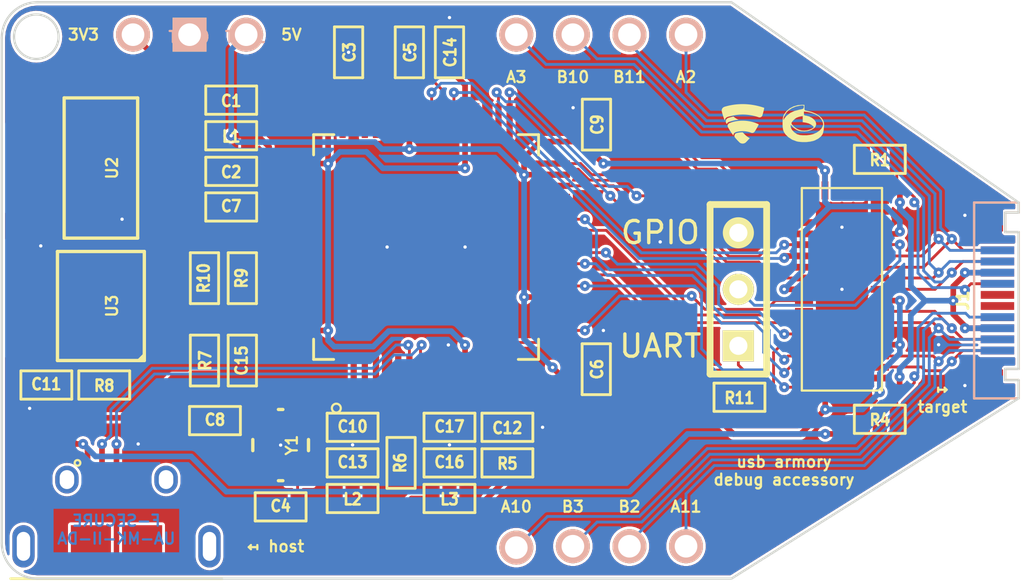
<source format=kicad_pcb>
(kicad_pcb (version 20171130) (host pcbnew 5.1.0)
  (title_block (title "USB armory Mk II debug accessory") (date 2019-06-14) (rev v1) (company "F-Secure | Inverse Path") (comment 1 "Copyright © F-Secure Corporation") (comment 2 "License: CERN OHL v1.2"))
  (layers (0 F.Cu signal) (31 B.Cu signal hide) (35 F.Paste user) (37 F.SilkS user) (38 B.Mask user) (39 F.Mask user) (44 Edge.Cuts user))
  (net 0 "")
  (net 1 USB_5V)
  (net 2 GND)
  (net 3 "Net-(C2-Pad1)")
  (net 4 /FTDI/1V8)
  (net 5 /FTDI/OSCO)
  (net 6 3V3)
  (net 7 /FTDI/OSCI)
  (net 8 /FTDI/VPHY)
  (net 9 /FTDI/VPLL)
  (net 10 /FTDI/BDBUS1)
  (net 11 /FTDI/ADBUS1)
  (net 12 /FTDI/BDBUS0)
  (net 13 /USB_DP)
  (net 14 /USB_DM)
  (net 15 /FTDI/EECS)
  (net 16 /FTDI/EECLK)
  (net 17 /FTDI/EEDATA)
  (net 18 /FTDI/ADBUS0)
  (net 19 /FTDI/ADBUS7)
  (net 20 /FTDI/ADBUS6)
  (net 21 /FTDI/ADBUS5)
  (net 22 /FTDI/ADBUS4)
  (net 23 "Net-(R5-Pad1)")
  (net 24 "Net-(R6-Pad1)")
  (net 25 "Net-(R10-Pad1)")
  (net 26 /debug/USB_A10)
  (net 27 /debug/USB_A11)
  (net 28 /debug/USB_B2)
  (net 29 /debug/USB_B3)
  (net 30 /debug/USB_B10)
  (net 31 /debug/USB_B11)
  (net 32 /debug/USB_A2)
  (net 33 /debug/USB_A3)
  (net 34 "Net-(J1-PadB8)")
  (net 35 "Net-(J1-PadB5)")
  (net 36 "Net-(J1-PadA8)")
  (net 37 "Net-(J1-PadA7)")
  (net 38 "Net-(J1-PadA6)")
  (net 39 "Net-(J1-PadA5)")
  (net 40 "Net-(U1-Pad52)")
  (net 41 "Net-(U1-Pad53)")
  (net 42 "Net-(U1-Pad54)")
  (net 43 "Net-(U1-Pad55)")
  (net 44 "Net-(U1-Pad57)")
  (net 45 "Net-(U1-Pad58)")
  (net 46 "Net-(U1-Pad59)")
  (net 47 "Net-(U1-Pad60)")
  (net 48 "Net-(U1-Pad36)")
  (net 49 "Net-(U1-Pad43)")
  (net 50 "Net-(U1-Pad44)")
  (net 51 "Net-(U1-Pad45)")
  (net 52 "Net-(U1-Pad46)")
  (net 53 "Net-(U1-Pad48)")
  (net 54 "Net-(U3-Pad7)")
  (net 55 "Net-(JP3-Pad1)")
  (net 56 "Net-(JP3-Pad2)")
  (net 57 /FTDI/CDBUS0)
  (net 58 /FTDI/BDBUS5)
  (net 59 /FTDI/BDBUS7)
  (net 60 /FTDI/CDBUS1)
  (net 61 /FTDI/BDBUS4)
  (net 62 /FTDI/BDBUS6)
  (net 63 "Net-(U1-Pad28)")
  (net 64 "Net-(U1-Pad29)")
  (net 65 /FTDI/CDBUS3)
  (net 66 /FTDI/CDBUS2)
  (net 67 "Net-(U1-Pad18)")
  (net 68 "Net-(U1-Pad19)")
  (module snapeda:R-PWQFN-N42 (layer F.Cu) (at 172.1 100.85 180)
    (fp_text reference SW1 hide)
    (fp_text value TS3L501E hide)
    (pad 1 smd rect (at -1.7018 -3.9878 90) (size 0.3048 0.8128) (layers F.Cu F.Paste F.Mask) (net 6 3V3))
    (pad 2 smd rect (at -1.7018 -3.5052 90) (size 0.3048 0.8128) (layers F.Cu F.Paste F.Mask) (net 27 /debug/USB_A11))
    (pad 3 smd rect (at -1.7018 -2.9972 90) (size 0.3048 0.8128) (layers F.Cu F.Paste F.Mask) (net 28 /debug/USB_B2))
    (pad 4 smd rect (at -1.7018 -2.4892 90) (size 0.3048 0.8128) (layers F.Cu F.Paste F.Mask) (net 6 3V3))
    (pad 5 smd rect (at -1.7018 -2.0066 90) (size 0.3048 0.8128) (layers F.Cu F.Paste F.Mask) (net 2 GND))
    (pad 6 smd rect (at -1.7018 -1.4986 90) (size 0.3048 0.8128) (layers F.Cu F.Paste F.Mask) (net 29 /debug/USB_B3))
    (pad 7 smd rect (at -1.7018 -0.9906 90) (size 0.3048 0.8128) (layers F.Cu F.Paste F.Mask) (net 26 /debug/USB_A10))
    (pad 8 smd rect (at -1.7018 -0.508 90) (size 0.3048 0.8128) (layers F.Cu F.Paste F.Mask) (net 6 3V3))
    (pad 9 smd rect (at -1.7018 0 90) (size 0.3048 0.8128) (layers F.Cu F.Paste F.Mask) (net 33 /debug/USB_A3))
    (pad 10 smd rect (at -1.7018 0.508 90) (size 0.3048 0.8128) (layers F.Cu F.Paste F.Mask) (net 30 /debug/USB_B10))
    (pad 11 smd rect (at -1.7018 0.9906 90) (size 0.3048 0.8128) (layers F.Cu F.Paste F.Mask) (net 32 /debug/USB_A2))
    (pad 12 smd rect (at -1.7018 1.4986 90) (size 0.3048 0.8128) (layers F.Cu F.Paste F.Mask) (net 31 /debug/USB_B11))
    (pad 13 smd rect (at -1.7018 2.0066 90) (size 0.3048 0.8128) (layers F.Cu F.Paste F.Mask) (net 56 "Net-(JP3-Pad2)"))
    (pad 14 smd rect (at -1.7018 2.4892 90) (size 0.3048 0.8128) (layers F.Cu F.Paste F.Mask) (net 6 3V3))
    (pad 15 smd rect (at -1.7018 2.9972 90) (size 0.3048 0.8128) (layers F.Cu F.Paste F.Mask))
    (pad 16 smd rect (at -1.7018 3.5052 90) (size 0.3048 0.8128) (layers F.Cu F.Paste F.Mask))
    (pad 17 smd rect (at -1.7018 3.9878 90) (size 0.3048 0.8128) (layers F.Cu F.Paste F.Mask))
    (pad 18 smd rect (at -0.762 4.445) (size 0.3048 0.8128) (layers F.Cu F.Paste F.Mask))
    (pad 19 smd rect (at -0.254 4.445) (size 0.3048 0.8128) (layers F.Cu F.Paste F.Mask))
    (pad 20 smd rect (at 0.254 4.445) (size 0.3048 0.8128) (layers F.Cu F.Paste F.Mask))
    (pad 21 smd rect (at 0.762 4.445) (size 0.3048 0.8128) (layers F.Cu F.Paste F.Mask) (net 6 3V3))
    (pad 22 smd rect (at 1.7018 3.9878 90) (size 0.3048 0.8128) (layers F.Cu F.Paste F.Mask) (net 65 /FTDI/CDBUS3))
    (pad 23 smd rect (at 1.7018 3.5052 90) (size 0.3048 0.8128) (layers F.Cu F.Paste F.Mask) (net 60 /FTDI/CDBUS1))
    (pad 24 smd rect (at 1.7018 2.9972 90) (size 0.3048 0.8128) (layers F.Cu F.Paste F.Mask) (net 58 /FTDI/BDBUS5))
    (pad 25 smd rect (at 1.7018 2.4892 90) (size 0.3048 0.8128) (layers F.Cu F.Paste F.Mask) (net 62 /FTDI/BDBUS6))
    (pad 26 smd rect (at 1.7018 2.0066 90) (size 0.3048 0.8128) (layers F.Cu F.Paste F.Mask) (net 66 /FTDI/CDBUS2))
    (pad 27 smd rect (at 1.7018 1.4986 90) (size 0.3048 0.8128) (layers F.Cu F.Paste F.Mask) (net 57 /FTDI/CDBUS0))
    (pad 28 smd rect (at 1.7018 0.9906 90) (size 0.3048 0.8128) (layers F.Cu F.Paste F.Mask) (net 61 /FTDI/BDBUS4))
    (pad 29 smd rect (at 1.7018 0.508 90) (size 0.3048 0.8128) (layers F.Cu F.Paste F.Mask) (net 59 /FTDI/BDBUS7))
    (pad 30 smd rect (at 1.7018 0 90) (size 0.3048 0.8128) (layers F.Cu F.Paste F.Mask) (net 6 3V3))
    (pad 31 smd rect (at 1.7018 -0.508 90) (size 0.3048 0.8128) (layers F.Cu F.Paste F.Mask) (net 11 /FTDI/ADBUS1))
    (pad 32 smd rect (at 1.7018 -0.9906 90) (size 0.3048 0.8128) (layers F.Cu F.Paste F.Mask) (net 12 /FTDI/BDBUS0))
    (pad 33 smd rect (at 1.7018 -1.4986 90) (size 0.3048 0.8128) (layers F.Cu F.Paste F.Mask) (net 21 /FTDI/ADBUS5))
    (pad 34 smd rect (at 1.7018 -2.0066 90) (size 0.3048 0.8128) (layers F.Cu F.Paste F.Mask) (net 19 /FTDI/ADBUS7))
    (pad 35 smd rect (at 1.7018 -2.4892 90) (size 0.3048 0.8128) (layers F.Cu F.Paste F.Mask) (net 18 /FTDI/ADBUS0))
    (pad 36 smd rect (at 1.7018 -2.9972 90) (size 0.3048 0.8128) (layers F.Cu F.Paste F.Mask) (net 10 /FTDI/BDBUS1))
    (pad 37 smd rect (at 1.7018 -3.5052 90) (size 0.3048 0.8128) (layers F.Cu F.Paste F.Mask) (net 20 /FTDI/ADBUS6))
    (pad 38 smd rect (at 1.7018 -3.9878 90) (size 0.3048 0.8128) (layers F.Cu F.Paste F.Mask) (net 22 /FTDI/ADBUS4))
    (pad 39 smd rect (at 0.762 -4.445) (size 0.3048 0.8128) (layers F.Cu F.Paste F.Mask) (net 6 3V3))
    (pad 40 smd rect (at 0.254 -4.445) (size 0.3048 0.8128) (layers F.Cu F.Paste F.Mask))
    (pad 41 smd rect (at -0.254 -4.445) (size 0.3048 0.8128) (layers F.Cu F.Paste F.Mask))
    (pad 42 smd rect (at -0.762 -4.445) (size 0.3048 0.8128) (layers F.Cu F.Paste F.Mask))
    (pad T smd rect (at 0 0 180) (size 2.0574 7.5438) (layers F.Cu F.Paste F.Mask) (net 2 GND))
  )
  (module armory-kicad:CONN_1 (layer F.Cu) (at 142.8115 89.408)
    (fp_text reference TP10 (at -0.0254 0.10668) (layer B.SilkS) (effects (font (size 0.5 0.5) (thickness 0.1))))
    (fp_text value TestPoint hide)
    (pad 1 thru_hole rect (at 0 0) (size 1.524 1.524) (drill 1.016) (layers *.Cu *.Paste *.SilkS *.Mask) (net 2 GND))
  )
  (module IP_LOGO_NO_TEXT_SMALL (layer F.Cu) (at 169.3 93.4)
    (fp_text reference Ref** hide)
    (fp_text value Val** hide)
  )
  (module FSC_LOGO_NO_TEXT_SMALL (layer F.Cu) (at 167.65 93.4)
    (fp_text reference FSC_LOGO_NO_TEXT_SMALL hide)
    (fp_text value G*** hide)
  )
  (module armory-kicad:SM0603 (layer F.Cu) (at 144.68 92.35)
    (fp_text reference C1 (at 0 0.03556) (layer F.SilkS) (effects (font (size 0.508 0.4572) (thickness 0.1143))))
    (fp_text value 10uF hide)
    (pad 2 smd rect (at 0.762 0) (size 0.635 1.143) (layers F.Cu F.Paste F.Mask) (net 2 GND))
    (pad 1 smd rect (at -0.762 0) (size 0.635 1.143) (layers F.Cu F.Paste F.Mask) (net 1 USB_5V))
  )
  (module armory-kicad:SM0603 (layer F.Cu) (at 144.68 95.55)
    (fp_text reference C2 (at 0 0.03556) (layer F.SilkS) (effects (font (size 0.508 0.4572) (thickness 0.1143))))
    (fp_text value 22uF hide)
    (pad 1 smd rect (at -0.762 0) (size 0.635 1.143) (layers F.Cu F.Paste F.Mask) (net 3 "Net-(C2-Pad1)"))
    (pad 2 smd rect (at 0.762 0) (size 0.635 1.143) (layers F.Cu F.Paste F.Mask) (net 2 GND))
  )
  (module armory-kicad:SM0603 (layer F.Cu) (at 149.95 90.2 90)
    (fp_text reference C3 (at 0 0.03556 90) (layer F.SilkS) (effects (font (size 0.508 0.4572) (thickness 0.1143))))
    (fp_text value "3.3 uF" hide)
    (pad 2 smd rect (at 0.762 0 90) (size 0.635 1.143) (layers F.Cu F.Paste F.Mask) (net 2 GND))
    (pad 1 smd rect (at -0.762 0 90) (size 0.635 1.143) (layers F.Cu F.Paste F.Mask) (net 4 /FTDI/1V8))
  )
  (module armory-kicad:SM0603 (layer F.Cu) (at 146.9 110.625 180)
    (fp_text reference C4 (at 0 0.03556 180) (layer F.SilkS) (effects (font (size 0.508 0.4572) (thickness 0.1143))))
    (fp_text value 27pF hide)
    (pad 1 smd rect (at -0.762 0 180) (size 0.635 1.143) (layers F.Cu F.Paste F.Mask) (net 5 /FTDI/OSCO))
    (pad 2 smd rect (at 0.762 0 180) (size 0.635 1.143) (layers F.Cu F.Paste F.Mask) (net 2 GND))
  )
  (module armory-kicad:SM0603 (layer F.Cu) (at 152.68 90.2 90)
    (fp_text reference C5 (at 0 0.03556 90) (layer F.SilkS) (effects (font (size 0.508 0.4572) (thickness 0.1143))))
    (fp_text value "0.1 uF" hide)
    (pad 1 smd rect (at -0.762 0 90) (size 0.635 1.143) (layers F.Cu F.Paste F.Mask) (net 6 3V3))
    (pad 2 smd rect (at 0.762 0 90) (size 0.635 1.143) (layers F.Cu F.Paste F.Mask) (net 2 GND))
  )
  (module armory-kicad:SM0603 (layer F.Cu) (at 161.07 104.44 90)
    (fp_text reference C6 (at 0 0.03556 90) (layer F.SilkS) (effects (font (size 0.508 0.4572) (thickness 0.1143))))
    (fp_text value "0.1 uF" hide)
    (pad 2 smd rect (at 0.762 0 90) (size 0.635 1.143) (layers F.Cu F.Paste F.Mask) (net 2 GND))
    (pad 1 smd rect (at -0.762 0 90) (size 0.635 1.143) (layers F.Cu F.Paste F.Mask) (net 6 3V3))
  )
  (module armory-kicad:SM0603 (layer F.Cu) (at 144.68 97.15 180)
    (fp_text reference C7 (at 0 0.03556 180) (layer F.SilkS) (effects (font (size 0.508 0.4572) (thickness 0.1143))))
    (fp_text value "0.1 uF" hide)
    (pad 1 smd rect (at -0.762 0 180) (size 0.635 1.143) (layers F.Cu F.Paste F.Mask) (net 6 3V3))
    (pad 2 smd rect (at 0.762 0 180) (size 0.635 1.143) (layers F.Cu F.Paste F.Mask) (net 2 GND))
  )
  (module armory-kicad:SM0603 (layer F.Cu) (at 143.95 106.75 180)
    (fp_text reference C8 (at 0 0.03556 180) (layer F.SilkS) (effects (font (size 0.508 0.4572) (thickness 0.1143))))
    (fp_text value 27pF hide)
    (pad 2 smd rect (at 0.762 0 180) (size 0.635 1.143) (layers F.Cu F.Paste F.Mask) (net 2 GND))
    (pad 1 smd rect (at -0.762 0 180) (size 0.635 1.143) (layers F.Cu F.Paste F.Mask) (net 7 /FTDI/OSCI))
  )
  (module armory-kicad:SM0603 (layer F.Cu) (at 161.08 93.45 90)
    (fp_text reference C9 (at 0 0.03556 90) (layer F.SilkS) (effects (font (size 0.508 0.4572) (thickness 0.1143))))
    (fp_text value "0.1 uF" hide)
    (pad 2 smd rect (at 0.762 0 90) (size 0.635 1.143) (layers F.Cu F.Paste F.Mask) (net 2 GND))
    (pad 1 smd rect (at -0.762 0 90) (size 0.635 1.143) (layers F.Cu F.Paste F.Mask) (net 6 3V3))
  )
  (module armory-kicad:SM0603 (layer F.Cu) (at 150.13 107.05 180)
    (fp_text reference C10 (at 0 0.03556 180) (layer F.SilkS) (effects (font (size 0.508 0.4572) (thickness 0.1143))))
    (fp_text value "4.7 uF" hide)
    (pad 1 smd rect (at -0.762 0 180) (size 0.635 1.143) (layers F.Cu F.Paste F.Mask) (net 8 /FTDI/VPHY))
    (pad 2 smd rect (at 0.762 0 180) (size 0.635 1.143) (layers F.Cu F.Paste F.Mask) (net 2 GND))
  )
  (module armory-kicad:SM0603 (layer F.Cu) (at 136.38 105.15 180)
    (fp_text reference C11 (at 0 0.03556 180) (layer F.SilkS) (effects (font (size 0.508 0.4572) (thickness 0.1143))))
    (fp_text value "0.1 uF" hide)
    (pad 2 smd rect (at 0.762 0 180) (size 0.635 1.143) (layers F.Cu F.Paste F.Mask) (net 2 GND))
    (pad 1 smd rect (at -0.762 0 180) (size 0.635 1.143) (layers F.Cu F.Paste F.Mask) (net 6 3V3))
  )
  (module armory-kicad:SM0603 (layer F.Cu) (at 157.08 107.05)
    (fp_text reference C12 (at 0 0.03556) (layer F.SilkS) (effects (font (size 0.508 0.4572) (thickness 0.1143))))
    (fp_text value "0.1 uF" hide)
    (pad 1 smd rect (at -0.762 0) (size 0.635 1.143) (layers F.Cu F.Paste F.Mask) (net 4 /FTDI/1V8))
    (pad 2 smd rect (at 0.762 0) (size 0.635 1.143) (layers F.Cu F.Paste F.Mask) (net 2 GND))
  )
  (module armory-kicad:SM0603 (layer F.Cu) (at 150.13 108.65 180)
    (fp_text reference C13 (at 0 0.03556 180) (layer F.SilkS) (effects (font (size 0.508 0.4572) (thickness 0.1143))))
    (fp_text value "0.1 uF" hide)
    (pad 1 smd rect (at -0.762 0 180) (size 0.635 1.143) (layers F.Cu F.Paste F.Mask) (net 8 /FTDI/VPHY))
    (pad 2 smd rect (at 0.762 0 180) (size 0.635 1.143) (layers F.Cu F.Paste F.Mask) (net 2 GND))
  )
  (module armory-kicad:SM0603 (layer F.Cu) (at 154.48 90.2 90)
    (fp_text reference C14 (at 0 0.03556 90) (layer F.SilkS) (effects (font (size 0.508 0.4572) (thickness 0.1143))))
    (fp_text value "0.1 uF" hide)
    (pad 1 smd rect (at -0.762 0 90) (size 0.635 1.143) (layers F.Cu F.Paste F.Mask) (net 4 /FTDI/1V8))
    (pad 2 smd rect (at 0.762 0 90) (size 0.635 1.143) (layers F.Cu F.Paste F.Mask) (net 2 GND))
  )
  (module armory-kicad:SM0603 (layer F.Cu) (at 145.18 104.05 270)
    (fp_text reference C15 (at 0 0.03556 270) (layer F.SilkS) (effects (font (size 0.508 0.4572) (thickness 0.1143))))
    (fp_text value "0.1 uF" hide)
    (pad 2 smd rect (at 0.762 0 270) (size 0.635 1.143) (layers F.Cu F.Paste F.Mask) (net 2 GND))
    (pad 1 smd rect (at -0.762 0 270) (size 0.635 1.143) (layers F.Cu F.Paste F.Mask) (net 4 /FTDI/1V8))
  )
  (module armory-kicad:SM0603 (layer F.Cu) (at 154.48 108.65 180)
    (fp_text reference C16 (at 0 0.03556 180) (layer F.SilkS) (effects (font (size 0.508 0.4572) (thickness 0.1143))))
    (fp_text value "4.7 uF" hide)
    (pad 2 smd rect (at 0.762 0 180) (size 0.635 1.143) (layers F.Cu F.Paste F.Mask) (net 2 GND))
    (pad 1 smd rect (at -0.762 0 180) (size 0.635 1.143) (layers F.Cu F.Paste F.Mask) (net 9 /FTDI/VPLL))
  )
  (module armory-kicad:SM0603 (layer F.Cu) (at 154.48 107.05 180)
    (fp_text reference C17 (at 0 0.03556 180) (layer F.SilkS) (effects (font (size 0.508 0.4572) (thickness 0.1143))))
    (fp_text value "0.1 uF" hide)
    (pad 2 smd rect (at 0.762 0 180) (size 0.635 1.143) (layers F.Cu F.Paste F.Mask) (net 2 GND))
    (pad 1 smd rect (at -0.762 0 180) (size 0.635 1.143) (layers F.Cu F.Paste F.Mask) (net 9 /FTDI/VPLL))
  )
  (module armory-kicad:SM0603 (layer F.Cu) (at 144.68 93.95)
    (fp_text reference L1 (at 0 0.03556) (layer F.SilkS) (effects (font (size 0.508 0.4572) (thickness 0.1143))))
    (fp_text value "600ohm 500mA" hide)
    (pad 2 smd rect (at 0.762 0) (size 0.635 1.143) (layers F.Cu F.Paste F.Mask) (net 6 3V3))
    (pad 1 smd rect (at -0.762 0) (size 0.635 1.143) (layers F.Cu F.Paste F.Mask) (net 3 "Net-(C2-Pad1)"))
  )
  (module armory-kicad:SM0603 (layer F.Cu) (at 150.13 110.25)
    (fp_text reference L2 (at 0 0.03556) (layer F.SilkS) (effects (font (size 0.508 0.4572) (thickness 0.1143))))
    (fp_text value "600ohm 500mA" hide)
    (pad 2 smd rect (at 0.762 0) (size 0.635 1.143) (layers F.Cu F.Paste F.Mask) (net 8 /FTDI/VPHY))
    (pad 1 smd rect (at -0.762 0) (size 0.635 1.143) (layers F.Cu F.Paste F.Mask) (net 6 3V3))
  )
  (module armory-kicad:SM0603 (layer F.Cu) (at 154.48 110.25)
    (fp_text reference L3 (at 0 0.03556) (layer F.SilkS) (effects (font (size 0.508 0.4572) (thickness 0.1143))))
    (fp_text value "600ohm 500mA" hide)
    (pad 1 smd rect (at -0.762 0) (size 0.635 1.143) (layers F.Cu F.Paste F.Mask) (net 6 3V3))
    (pad 2 smd rect (at 0.762 0) (size 0.635 1.143) (layers F.Cu F.Paste F.Mask) (net 9 /FTDI/VPLL))
  )
  (module snapeda:MOLEX_0475890001 (layer F.Cu) (at 139.53 112.4)
    (fp_text reference J2 hide)
    (fp_text value 0475890001 hide)
    (pad 3 smd rect (at 0 -2.675) (size 0.4 1.35) (layers F.Cu F.Paste F.Mask) (net 13 /USB_DP))
    (pad 4 smd rect (at 0.65 -2.675) (size 0.4 1.35) (layers F.Cu F.Paste F.Mask) (net 2 GND))
    (pad 5 smd rect (at 1.3 -2.675) (size 0.4 1.35) (layers F.Cu F.Paste F.Mask) (net 2 GND))
    (pad 2 smd rect (at -0.65 -2.675) (size 0.4 1.35) (layers F.Cu F.Paste F.Mask) (net 14 /USB_DM))
    (pad 1 smd rect (at -1.3 -2.675) (size 0.4 1.35) (layers F.Cu F.Paste F.Mask) (net 1 USB_5V))
    (pad "" smd rect (at 1.15 0) (size 1.8 1.9) (layers F.Cu F.Paste F.Mask))
    (pad "" smd rect (at -1.15 0) (size 1.8 1.9) (layers F.Cu F.Paste F.Mask))
    (pad "" thru_hole oval (at -2.225 -3) (size 1.05 1.25) (drill oval 0.65 0.85) (layers *.Cu *.Mask))
    (pad "" thru_hole oval (at 2.225 -3) (size 1.05 1.25) (drill oval 0.65 0.85) (layers *.Cu *.Mask))
    (pad "" thru_hole oval (at -4.175 0) (size 1 1.9) (drill oval 0.6 1.3) (layers *.Cu *.Mask))
    (pad "" thru_hole oval (at 4.175 0) (size 1 1.9) (drill oval 0.6 1.3) (layers *.Cu *.Mask))
  )
  (module armory-kicad:SM0603 (layer F.Cu) (at 173.8 95.01)
    (fp_text reference R1 (at 0 0.03556) (layer F.SilkS) (effects (font (size 0.508 0.4572) (thickness 0.1143))))
    (fp_text value 56k hide)
    (pad 2 smd rect (at 0.762 0) (size 0.635 1.143) (layers F.Cu F.Paste F.Mask) (net 39 "Net-(J1-PadA5)"))
    (pad 1 smd rect (at -0.762 0) (size 0.635 1.143) (layers F.Cu F.Paste F.Mask) (net 1 USB_5V))
  )
  (module armory-kicad:SM0603 (layer F.Cu) (at 173.8 106.69)
    (fp_text reference R4 (at 0 0.03556) (layer F.SilkS) (effects (font (size 0.508 0.4572) (thickness 0.1143))))
    (fp_text value 56k hide)
    (pad 1 smd rect (at -0.762 0) (size 0.635 1.143) (layers F.Cu F.Paste F.Mask) (net 1 USB_5V))
    (pad 2 smd rect (at 0.762 0) (size 0.635 1.143) (layers F.Cu F.Paste F.Mask) (net 35 "Net-(J1-PadB5)"))
  )
  (module armory-kicad:SM0603 (layer F.Cu) (at 157.08 108.65)
    (fp_text reference R5 (at 0 0.03556) (layer F.SilkS) (effects (font (size 0.508 0.4572) (thickness 0.1143))))
    (fp_text value 1k hide)
    (pad 1 smd rect (at -0.762 0) (size 0.635 1.143) (layers F.Cu F.Paste F.Mask) (net 23 "Net-(R5-Pad1)"))
    (pad 2 smd rect (at 0.762 0) (size 0.635 1.143) (layers F.Cu F.Paste F.Mask) (net 6 3V3))
  )
  (module armory-kicad:SM0603 (layer F.Cu) (at 152.305 108.65 270)
    (fp_text reference R6 (at 0 0.03556 270) (layer F.SilkS) (effects (font (size 0.508 0.4572) (thickness 0.1143))))
    (fp_text value 12k hide)
    (pad 1 smd rect (at -0.762 0 270) (size 0.635 1.143) (layers F.Cu F.Paste F.Mask) (net 24 "Net-(R6-Pad1)"))
    (pad 2 smd rect (at 0.762 0 270) (size 0.635 1.143) (layers F.Cu F.Paste F.Mask) (net 2 GND))
  )
  (module armory-kicad:SM0603 (layer F.Cu) (at 143.48 104.05 90)
    (fp_text reference R7 (at 0 0.03556 90) (layer F.SilkS) (effects (font (size 0.508 0.4572) (thickness 0.1143))))
    (fp_text value 10k hide)
    (pad 1 smd rect (at -0.762 0 90) (size 0.635 1.143) (layers F.Cu F.Paste F.Mask) (net 6 3V3))
    (pad 2 smd rect (at 0.762 0 90) (size 0.635 1.143) (layers F.Cu F.Paste F.Mask) (net 15 /FTDI/EECS))
  )
  (module armory-kicad:SM0603 (layer F.Cu) (at 138.98 105.15)
    (fp_text reference R8 (at 0 0.03556) (layer F.SilkS) (effects (font (size 0.508 0.4572) (thickness 0.1143))))
    (fp_text value 10k hide)
    (pad 2 smd rect (at 0.762 0) (size 0.635 1.143) (layers F.Cu F.Paste F.Mask) (net 25 "Net-(R10-Pad1)"))
    (pad 1 smd rect (at -0.762 0) (size 0.635 1.143) (layers F.Cu F.Paste F.Mask) (net 6 3V3))
  )
  (module armory-kicad:SM0603 (layer F.Cu) (at 145.18 100.35 270)
    (fp_text reference R9 (at 0 0.03556 270) (layer F.SilkS) (effects (font (size 0.508 0.4572) (thickness 0.1143))))
    (fp_text value 10k hide)
    (pad 1 smd rect (at -0.762 0 270) (size 0.635 1.143) (layers F.Cu F.Paste F.Mask) (net 6 3V3))
    (pad 2 smd rect (at 0.762 0 270) (size 0.635 1.143) (layers F.Cu F.Paste F.Mask) (net 16 /FTDI/EECLK))
  )
  (module armory-kicad:CONN_1 (layer F.Cu) (at 157.48 89.408 180)
    (fp_text reference TP1 (at -0.0254 0.10668 180) (layer B.SilkS) (effects (font (size 0.5 0.5) (thickness 0.1))))
    (fp_text value TestPoint hide)
    (pad 1 thru_hole circle (at 0 0 180) (size 1.524 1.524) (drill 1.016) (layers *.Cu *.Paste *.SilkS *.Mask) (net 33 /debug/USB_A3))
  )
  (module armory-kicad:CONN_1 (layer F.Cu) (at 165.1 89.408 180)
    (fp_text reference TP2 (at -0.0254 0.10668 180) (layer B.SilkS) (effects (font (size 0.5 0.5) (thickness 0.1))))
    (fp_text value TestPoint hide)
    (pad 1 thru_hole circle (at 0 0 180) (size 1.524 1.524) (drill 1.016) (layers *.Cu *.Paste *.SilkS *.Mask) (net 32 /debug/USB_A2))
  )
  (module armory-kicad:CONN_1 (layer F.Cu) (at 162.56 89.408 180)
    (fp_text reference TP3 (at -0.0254 0.10668 180) (layer B.SilkS) (effects (font (size 0.5 0.5) (thickness 0.1))))
    (fp_text value TestPoint hide)
    (pad 1 thru_hole circle (at 0 0 180) (size 1.524 1.524) (drill 1.016) (layers *.Cu *.Paste *.SilkS *.Mask) (net 31 /debug/USB_B11))
  )
  (module armory-kicad:CONN_1 (layer F.Cu) (at 157.48 112.4585 180)
    (fp_text reference TP5 (at -0.0254 0.10668 180) (layer B.SilkS) (effects (font (size 0.5 0.5) (thickness 0.1))))
    (fp_text value TestPoint hide)
    (pad 1 thru_hole circle (at 0 0 180) (size 1.524 1.524) (drill 1.016) (layers *.Cu *.Paste *.SilkS *.Mask) (net 26 /debug/USB_A10))
  )
  (module armory-kicad:CONN_1 (layer F.Cu) (at 160.02 112.395 180)
    (fp_text reference TP6 (at -0.0254 0.10668 180) (layer B.SilkS) (effects (font (size 0.5 0.5) (thickness 0.1))))
    (fp_text value TestPoint hide)
    (pad 1 thru_hole circle (at 0 0 180) (size 1.524 1.524) (drill 1.016) (layers *.Cu *.Paste *.SilkS *.Mask) (net 29 /debug/USB_B3))
  )
  (module armory-kicad:CONN_1 (layer F.Cu) (at 165.1 112.395 180)
    (fp_text reference TP7 (at -0.0254 0.10668 180) (layer B.SilkS) (effects (font (size 0.5 0.5) (thickness 0.1))))
    (fp_text value TestPoint hide)
    (pad 1 thru_hole circle (at 0 0 180) (size 1.524 1.524) (drill 1.016) (layers *.Cu *.Paste *.SilkS *.Mask) (net 27 /debug/USB_A11))
  )
  (module armory-kicad:CONN_1 (layer F.Cu) (at 162.56 112.395 180)
    (fp_text reference TP8 (at -0.0254 0.10668 180) (layer B.SilkS) (effects (font (size 0.5 0.5) (thickness 0.1))))
    (fp_text value TestPoint hide)
    (pad 1 thru_hole circle (at 0 0 180) (size 1.524 1.524) (drill 1.016) (layers *.Cu *.Paste *.SilkS *.Mask) (net 28 /debug/USB_B2))
  )
  (module armory-kicad:SOT-223 (layer F.Cu) (at 138.83 95.4 90)
    (fp_text reference U2 (at 0 0.5 90) (layer F.SilkS) (effects (font (size 0.5 0.5) (thickness 0.1))))
    (fp_text value NCP1117-3.3_SOT223 hide)
    (pad 3 smd rect (at 2.3 3.15 90) (size 1.5 2) (layers F.Cu F.Paste F.Mask) (net 1 USB_5V))
    (pad 2 smd rect (at 0 3.15 90) (size 1.5 2) (layers F.Cu F.Paste F.Mask) (net 3 "Net-(C2-Pad1)"))
    (pad 4 smd rect (at 0 -3.15 90) (size 3.8 2) (layers F.Cu F.Paste F.Mask))
    (pad 1 smd rect (at -2.3 3.15 90) (size 1.5 2) (layers F.Cu F.Paste F.Mask) (net 2 GND))
  )
  (module snapeda:QFP50P1200X1200X160-64N (layer F.Cu) (at 153.43 98.95 90)
    (fp_text reference U1 hide)
    (fp_text value FT4232HL-REEL hide)
    (pad 17 smd rect (at -3.75 5.68 180) (size 1.56 0.28) (layers F.Cu F.Paste F.Mask) (net 11 /FTDI/ADBUS1))
    (pad 18 smd rect (at -3.25 5.68 180) (size 1.56 0.28) (layers F.Cu F.Paste F.Mask) (net 67 "Net-(U1-Pad18)"))
    (pad 19 smd rect (at -2.75 5.68 180) (size 1.56 0.28) (layers F.Cu F.Paste F.Mask) (net 68 "Net-(U1-Pad19)"))
    (pad 20 smd rect (at -2.25 5.68 180) (size 1.56 0.28) (layers F.Cu F.Paste F.Mask) (net 6 3V3))
    (pad 21 smd rect (at -1.75 5.68 180) (size 1.56 0.28) (layers F.Cu F.Paste F.Mask) (net 22 /FTDI/ADBUS4))
    (pad 22 smd rect (at -1.25 5.68 180) (size 1.56 0.28) (layers F.Cu F.Paste F.Mask) (net 21 /FTDI/ADBUS5))
    (pad 23 smd rect (at -0.75 5.68 180) (size 1.56 0.28) (layers F.Cu F.Paste F.Mask) (net 20 /FTDI/ADBUS6))
    (pad 24 smd rect (at -0.25 5.68 180) (size 1.56 0.28) (layers F.Cu F.Paste F.Mask) (net 19 /FTDI/ADBUS7))
    (pad 25 smd rect (at 0.25 5.68 180) (size 1.56 0.28) (layers F.Cu F.Paste F.Mask) (net 2 GND))
    (pad 26 smd rect (at 0.75 5.68 180) (size 1.56 0.28) (layers F.Cu F.Paste F.Mask) (net 12 /FTDI/BDBUS0))
    (pad 27 smd rect (at 1.25 5.68 180) (size 1.56 0.28) (layers F.Cu F.Paste F.Mask) (net 10 /FTDI/BDBUS1))
    (pad 28 smd rect (at 1.75 5.68 180) (size 1.56 0.28) (layers F.Cu F.Paste F.Mask) (net 63 "Net-(U1-Pad28)"))
    (pad 29 smd rect (at 2.25 5.68 180) (size 1.56 0.28) (layers F.Cu F.Paste F.Mask) (net 64 "Net-(U1-Pad29)"))
    (pad 30 smd rect (at 2.75 5.68 180) (size 1.56 0.28) (layers F.Cu F.Paste F.Mask) (net 61 /FTDI/BDBUS4))
    (pad 31 smd rect (at 3.25 5.68 180) (size 1.56 0.28) (layers F.Cu F.Paste F.Mask) (net 6 3V3))
    (pad 32 smd rect (at 3.75 5.68 180) (size 1.56 0.28) (layers F.Cu F.Paste F.Mask) (net 58 /FTDI/BDBUS5))
    (pad 49 smd rect (at 3.75 -5.68 180) (size 1.56 0.28) (layers F.Cu F.Paste F.Mask) (net 4 /FTDI/1V8))
    (pad 50 smd rect (at 3.25 -5.68 180) (size 1.56 0.28) (layers F.Cu F.Paste F.Mask) (net 6 3V3))
    (pad 51 smd rect (at 2.75 -5.68 180) (size 1.56 0.28) (layers F.Cu F.Paste F.Mask) (net 2 GND))
    (pad 52 smd rect (at 2.25 -5.68 180) (size 1.56 0.28) (layers F.Cu F.Paste F.Mask) (net 40 "Net-(U1-Pad52)"))
    (pad 53 smd rect (at 1.75 -5.68 180) (size 1.56 0.28) (layers F.Cu F.Paste F.Mask) (net 41 "Net-(U1-Pad53)"))
    (pad 54 smd rect (at 1.25 -5.68 180) (size 1.56 0.28) (layers F.Cu F.Paste F.Mask) (net 42 "Net-(U1-Pad54)"))
    (pad 55 smd rect (at 0.75 -5.68 180) (size 1.56 0.28) (layers F.Cu F.Paste F.Mask) (net 43 "Net-(U1-Pad55)"))
    (pad 56 smd rect (at 0.25 -5.68 180) (size 1.56 0.28) (layers F.Cu F.Paste F.Mask) (net 6 3V3))
    (pad 57 smd rect (at -0.25 -5.68 180) (size 1.56 0.28) (layers F.Cu F.Paste F.Mask) (net 44 "Net-(U1-Pad57)"))
    (pad 58 smd rect (at -0.75 -5.68 180) (size 1.56 0.28) (layers F.Cu F.Paste F.Mask) (net 45 "Net-(U1-Pad58)"))
    (pad 59 smd rect (at -1.25 -5.68 180) (size 1.56 0.28) (layers F.Cu F.Paste F.Mask) (net 46 "Net-(U1-Pad59)"))
    (pad 60 smd rect (at -1.75 -5.68 180) (size 1.56 0.28) (layers F.Cu F.Paste F.Mask) (net 47 "Net-(U1-Pad60)"))
    (pad 61 smd rect (at -2.25 -5.68 180) (size 1.56 0.28) (layers F.Cu F.Paste F.Mask) (net 17 /FTDI/EEDATA))
    (pad 62 smd rect (at -2.75 -5.68 180) (size 1.56 0.28) (layers F.Cu F.Paste F.Mask) (net 16 /FTDI/EECLK))
    (pad 63 smd rect (at -3.25 -5.68 180) (size 1.56 0.28) (layers F.Cu F.Paste F.Mask) (net 15 /FTDI/EECS))
    (pad 64 smd rect (at -3.75 -5.68 180) (size 1.56 0.28) (layers F.Cu F.Paste F.Mask) (net 4 /FTDI/1V8))
    (pad 1 smd rect (at -5.68 -3.75 90) (size 1.56 0.28) (layers F.Cu F.Paste F.Mask) (net 2 GND))
    (pad 2 smd rect (at -5.68 -3.25 90) (size 1.56 0.28) (layers F.Cu F.Paste F.Mask) (net 7 /FTDI/OSCI))
    (pad 3 smd rect (at -5.68 -2.75 90) (size 1.56 0.28) (layers F.Cu F.Paste F.Mask) (net 5 /FTDI/OSCO))
    (pad 4 smd rect (at -5.68 -2.25 90) (size 1.56 0.28) (layers F.Cu F.Paste F.Mask) (net 8 /FTDI/VPHY))
    (pad 5 smd rect (at -5.68 -1.75 90) (size 1.56 0.28) (layers F.Cu F.Paste F.Mask) (net 2 GND))
    (pad 6 smd rect (at -5.68 -1.25 90) (size 1.56 0.28) (layers F.Cu F.Paste F.Mask) (net 24 "Net-(R6-Pad1)"))
    (pad 7 smd rect (at -5.68 -0.75 90) (size 1.56 0.28) (layers F.Cu F.Paste F.Mask) (net 14 /USB_DM))
    (pad 8 smd rect (at -5.68 -0.25 90) (size 1.56 0.28) (layers F.Cu F.Paste F.Mask) (net 13 /USB_DP))
    (pad 9 smd rect (at -5.68 0.25 90) (size 1.56 0.28) (layers F.Cu F.Paste F.Mask) (net 9 /FTDI/VPLL))
    (pad 10 smd rect (at -5.68 0.75 90) (size 1.56 0.28) (layers F.Cu F.Paste F.Mask) (net 2 GND))
    (pad 11 smd rect (at -5.68 1.25 90) (size 1.56 0.28) (layers F.Cu F.Paste F.Mask) (net 2 GND))
    (pad 12 smd rect (at -5.68 1.75 90) (size 1.56 0.28) (layers F.Cu F.Paste F.Mask) (net 4 /FTDI/1V8))
    (pad 13 smd rect (at -5.68 2.25 90) (size 1.56 0.28) (layers F.Cu F.Paste F.Mask) (net 2 GND))
    (pad 14 smd rect (at -5.68 2.75 90) (size 1.56 0.28) (layers F.Cu F.Paste F.Mask) (net 23 "Net-(R5-Pad1)"))
    (pad 15 smd rect (at -5.68 3.25 90) (size 1.56 0.28) (layers F.Cu F.Paste F.Mask) (net 2 GND))
    (pad 16 smd rect (at -5.68 3.75 90) (size 1.56 0.28) (layers F.Cu F.Paste F.Mask) (net 18 /FTDI/ADBUS0))
    (pad 33 smd rect (at 5.68 3.75 90) (size 1.56 0.28) (layers F.Cu F.Paste F.Mask) (net 62 /FTDI/BDBUS6))
    (pad 34 smd rect (at 5.68 3.25 90) (size 1.56 0.28) (layers F.Cu F.Paste F.Mask) (net 59 /FTDI/BDBUS7))
    (pad 35 smd rect (at 5.68 2.75 90) (size 1.56 0.28) (layers F.Cu F.Paste F.Mask) (net 2 GND))
    (pad 36 smd rect (at 5.68 2.25 90) (size 1.56 0.28) (layers F.Cu F.Paste F.Mask) (net 48 "Net-(U1-Pad36)"))
    (pad 37 smd rect (at 5.68 1.75 90) (size 1.56 0.28) (layers F.Cu F.Paste F.Mask) (net 4 /FTDI/1V8))
    (pad 38 smd rect (at 5.68 1.25 90) (size 1.56 0.28) (layers F.Cu F.Paste F.Mask) (net 57 /FTDI/CDBUS0))
    (pad 39 smd rect (at 5.68 0.75 90) (size 1.56 0.28) (layers F.Cu F.Paste F.Mask) (net 60 /FTDI/CDBUS1))
    (pad 40 smd rect (at 5.68 0.25 90) (size 1.56 0.28) (layers F.Cu F.Paste F.Mask) (net 66 /FTDI/CDBUS2))
    (pad 41 smd rect (at 5.68 -0.25 90) (size 1.56 0.28) (layers F.Cu F.Paste F.Mask) (net 65 /FTDI/CDBUS3))
    (pad 42 smd rect (at 5.68 -0.75 90) (size 1.56 0.28) (layers F.Cu F.Paste F.Mask) (net 6 3V3))
    (pad 43 smd rect (at 5.68 -1.25 90) (size 1.56 0.28) (layers F.Cu F.Paste F.Mask) (net 49 "Net-(U1-Pad43)"))
    (pad 44 smd rect (at 5.68 -1.75 90) (size 1.56 0.28) (layers F.Cu F.Paste F.Mask) (net 50 "Net-(U1-Pad44)"))
    (pad 45 smd rect (at 5.68 -2.25 90) (size 1.56 0.28) (layers F.Cu F.Paste F.Mask) (net 51 "Net-(U1-Pad45)"))
    (pad 46 smd rect (at 5.68 -2.75 90) (size 1.56 0.28) (layers F.Cu F.Paste F.Mask) (net 52 "Net-(U1-Pad46)"))
    (pad 47 smd rect (at 5.68 -3.25 90) (size 1.56 0.28) (layers F.Cu F.Paste F.Mask) (net 2 GND))
    (pad 48 smd rect (at 5.68 -3.75 90) (size 1.56 0.28) (layers F.Cu F.Paste F.Mask) (net 53 "Net-(U1-Pad48)"))
  )
  (module armory-kicad:8L_SOIC_Narrow_3_90_SN_C04-057C (layer F.Cu) (at 138.83 101.6 90)
    (fp_text reference U3 (at 0 0.5 90) (layer F.SilkS) (effects (font (size 0.5 0.5) (thickness 0.1))))
    (fp_text value 93LCxxC hide)
    (pad 5 smd rect (at 1.905 -2.7 90) (size 0.6 1.55) (layers F.Cu F.Paste F.Mask) (net 2 GND))
    (pad 6 smd rect (at 0.635 -2.7 90) (size 0.6 1.55) (layers F.Cu F.Paste F.Mask) (net 6 3V3))
    (pad 7 smd rect (at -0.635 -2.7 90) (size 0.6 1.55) (layers F.Cu F.Paste F.Mask) (net 54 "Net-(U3-Pad7)"))
    (pad 3 smd rect (at 0.635 2.7 90) (size 0.6 1.55) (layers F.Cu F.Paste F.Mask) (net 17 /FTDI/EEDATA))
    (pad 2 smd rect (at -0.635 2.7 90) (size 0.6 1.55) (layers F.Cu F.Paste F.Mask) (net 16 /FTDI/EECLK))
    (pad 4 smd rect (at 1.905 2.7 90) (size 0.6 1.55) (layers F.Cu F.Paste F.Mask) (net 25 "Net-(R10-Pad1)"))
    (pad 1 smd rect (at -1.905 2.7 90) (size 0.6 1.55) (layers F.Cu F.Paste F.Mask) (net 15 /FTDI/EECS))
    (pad 8 smd rect (at -1.905 -2.7 90) (size 0.6 1.55) (layers F.Cu F.Paste F.Mask) (net 6 3V3))
  )
  (module armory-kicad:TXC-3.2x2.5 (layer F.Cu) (at 146.9 107.85 90)
    (fp_text reference Y1 (at 0 0.5 90) (layer F.SilkS) (effects (font (size 0.5 0.5) (thickness 0.1))))
    (fp_text value 12MHz hide)
    (pad 4 smd rect (at -1.1 -0.85 90) (size 1.4 1.2) (layers F.Cu F.Paste F.Mask) (net 2 GND))
    (pad 3 smd rect (at 1.1 -0.85 90) (size 1.4 1.2) (layers F.Cu F.Paste F.Mask) (net 7 /FTDI/OSCI))
    (pad 2 smd rect (at 1.1 0.85 90) (size 1.4 1.2) (layers F.Cu F.Paste F.Mask) (net 2 GND))
    (pad 1 smd rect (at -1.1 0.85 90) (size 1.4 1.2) (layers F.Cu F.Paste F.Mask) (net 5 /FTDI/OSCO))
  )
  (module armory-kicad:SIL-3 (layer F.Cu) (at 167.45 100.85 90)
    (fp_text reference JP3 (at 0 0 90) (layer F.SilkS) (effects (font (size 0.5 0.5) (thickness 0.1))))
    (fp_text value Jumper_NC_Dual hide)
    (pad 3 thru_hole circle (at 2.54 0 90) (size 1.397 1.397) (drill 0.8128) (layers *.Cu *.Mask F.SilkS) (net 2 GND))
    (pad 1 thru_hole rect (at -2.54 0 90) (size 1.397 1.397) (drill 0.8128) (layers *.Cu *.Mask F.SilkS) (net 55 "Net-(JP3-Pad1)"))
    (pad 2 thru_hole circle (at 0 0 90) (size 1.397 1.397) (drill 0.8128) (layers *.Cu *.Mask F.SilkS) (net 56 "Net-(JP3-Pad2)"))
  )
  (module armory-kicad:SM0603 (layer F.Cu) (at 143.48 100.35 270)
    (fp_text reference R10 (at 0 0.03556 270) (layer F.SilkS) (effects (font (size 0.508 0.4572) (thickness 0.1143))))
    (fp_text value 2.2k hide)
    (pad 1 smd rect (at -0.762 0 270) (size 0.635 1.143) (layers F.Cu F.Paste F.Mask) (net 25 "Net-(R10-Pad1)"))
    (pad 2 smd rect (at 0.762 0 270) (size 0.635 1.143) (layers F.Cu F.Paste F.Mask) (net 17 /FTDI/EEDATA))
  )
  (module armory-kicad:SM0603 (layer F.Cu) (at 167.5 105.7)
    (fp_text reference R11 (at 0 0.03556) (layer F.SilkS) (effects (font (size 0.508 0.4572) (thickness 0.1143))))
    (fp_text value 10k hide)
    (pad 2 smd rect (at 0.762 0) (size 0.635 1.143) (layers F.Cu F.Paste F.Mask) (net 55 "Net-(JP3-Pad1)"))
    (pad 1 smd rect (at -0.762 0) (size 0.635 1.143) (layers F.Cu F.Paste F.Mask) (net 6 3V3))
  )
  (module armory-kicad:CONN_1 (layer F.Cu) (at 160.02 89.408 180)
    (fp_text reference TP4 (at -0.0254 0.10668 180) (layer B.SilkS) (effects (font (size 0.5 0.5) (thickness 0.1))))
    (fp_text value TestPoint hide)
    (pad 1 thru_hole circle (at 0 0 180) (size 1.524 1.524) (drill 1.016) (layers *.Cu *.Paste *.SilkS *.Mask) (net 30 /debug/USB_B10))
  )
  (module armory-kicad:CONN_1 (layer F.Cu) (at 140.2715 89.408)
    (fp_text reference TP9 (at -0.0254 0.10668) (layer B.SilkS) (effects (font (size 0.5 0.5) (thickness 0.1))))
    (fp_text value TestPoint hide)
    (pad 1 thru_hole circle (at 0 0) (size 1.524 1.524) (drill 1.016) (layers *.Cu *.Paste *.SilkS *.Mask) (net 1 USB_5V))
  )
  (module armory-kicad:CONN_1 (layer F.Cu) (at 145.3515 89.408)
    (fp_text reference TP11 (at -0.0254 0.10668) (layer B.SilkS) (effects (font (size 0.5 0.5) (thickness 0.1))))
    (fp_text value TestPoint hide)
    (pad 1 thru_hole circle (at 0 0) (size 1.524 1.524) (drill 1.016) (layers *.Cu *.Paste *.SilkS *.Mask) (net 6 3V3))
  )
  (module armory-kicad:WURTH_632712000011 (layer F.Cu) (at 180.0324 101.35 270)
    (fp_text reference J1 (at 0 2.5 270) (layer F.SilkS) (effects (font (size 0.5 0.5) (thickness 0.125))))
    (fp_text value USBC-PLUG hide)
    (pad S smd rect (at -3.825 1.2) (size 1 0.9) (layers B.Cu B.Paste B.Mask) (net 2 GND))
    (pad S smd rect (at 3.825 1.2 270) (size 0.9 1) (layers B.Cu B.Paste B.Mask) (net 2 GND))
    (pad S smd rect (at 3.69 1.2 270) (size 1.18 1) (layers F.Cu F.Paste F.Mask) (net 2 GND))
    (pad A12 smd rect (at 2.75 0.95 270) (size 0.35 1.5) (layers F.Cu F.Paste F.Mask) (net 2 GND))
    (pad A11 smd rect (at 2.25 0.95 270) (size 0.35 1.5) (layers F.Cu F.Paste F.Mask) (net 27 /debug/USB_A11))
    (pad B3 smd rect (at 1.75 0.95 270) (size 0.35 1.5) (layers B.Cu B.Paste B.Mask) (net 29 /debug/USB_B3))
    (pad B4 smd rect (at 1.25 0.95 270) (size 0.35 1.5) (layers B.Cu B.Paste B.Mask) (net 1 USB_5V))
    (pad B5 smd rect (at 0.75 0.95 270) (size 0.35 1.5) (layers B.Cu B.Paste B.Mask) (net 35 "Net-(J1-PadB5)"))
    (pad B8 smd rect (at -0.75 0.95 270) (size 0.35 1.5) (layers B.Cu B.Paste B.Mask) (net 34 "Net-(J1-PadB8)"))
    (pad B9 smd rect (at -1.25 0.95 270) (size 0.35 1.5) (layers B.Cu B.Paste B.Mask) (net 1 USB_5V))
    (pad B10 smd rect (at -1.75 0.95 270) (size 0.35 1.5) (layers B.Cu B.Paste B.Mask) (net 30 /debug/USB_B10))
    (pad B11 smd rect (at -2.25 0.95 270) (size 0.35 1.5) (layers B.Cu B.Paste B.Mask) (net 31 /debug/USB_B11))
    (pad B12 smd rect (at -2.75 0.95 270) (size 0.35 1.5) (layers B.Cu B.Paste B.Mask) (net 2 GND))
    (pad A1 smd rect (at -2.75 0.95 270) (size 0.35 1.5) (layers F.Cu F.Paste F.Mask) (net 2 GND))
    (pad A3 smd rect (at -1.75 0.95 270) (size 0.35 1.5) (layers F.Cu F.Paste F.Mask) (net 33 /debug/USB_A3))
    (pad A5 smd rect (at -0.75 0.95 270) (size 0.35 1.5) (layers F.Cu F.Paste F.Mask) (net 39 "Net-(J1-PadA5)"))
    (pad A4 smd rect (at -1.25 0.95 270) (size 0.35 1.5) (layers F.Cu F.Paste F.Mask) (net 1 USB_5V))
    (pad A2 smd rect (at -2.25 0.95 270) (size 0.35 1.5) (layers F.Cu F.Paste F.Mask) (net 32 /debug/USB_A2))
    (pad B1 smd rect (at 2.75 0.95 270) (size 0.35 1.5) (layers B.Cu B.Paste B.Mask) (net 2 GND))
    (pad B2 smd rect (at 2.25 0.95 270) (size 0.35 1.5) (layers B.Cu B.Paste B.Mask) (net 28 /debug/USB_B2))
    (pad A10 smd rect (at 1.75 0.95 270) (size 0.35 1.5) (layers F.Cu F.Paste F.Mask) (net 26 /debug/USB_A10))
    (pad A9 smd rect (at 1.25 0.95 270) (size 0.35 1.5) (layers F.Cu F.Paste F.Mask) (net 1 USB_5V))
    (pad A8 smd rect (at 0.75 0.95 270) (size 0.35 1.5) (layers F.Cu F.Paste F.Mask) (net 36 "Net-(J1-PadA8)"))
    (pad A7 smd rect (at 0.25 0.95 270) (size 0.35 1.5) (layers F.Cu F.Paste F.Mask) (net 37 "Net-(J1-PadA7)"))
    (pad A6 smd rect (at -0.25 0.95 270) (size 0.35 1.5) (layers F.Cu F.Paste F.Mask) (net 38 "Net-(J1-PadA6)"))
    (pad S smd rect (at -3.69 1.2 270) (size 1.18 1) (layers F.Cu F.Paste F.Mask) (net 2 GND))
  )
  (gr_text "usb armory\ndebug accessory\n" (at 169.5 109) (layer F.SilkS) (effects (font (size 0.5 0.5) (thickness 0.1))))
  (gr_line (start 135.98 87.95) (end 167.14 87.95) (angle 90) (layer Edge.Cuts) (width 0.1))
  (gr_line (start 135.98 113.85) (end 167.14 113.85) (angle 90) (layer Edge.Cuts) (width 0.1))
  (gr_line (start 180.03 105.75) (end 167.14 113.85) (angle 90) (layer Edge.Cuts) (width 0.1))
  (gr_line (start 180.03 104.93) (end 180.03 105.75) (angle 90) (layer Edge.Cuts) (width 0.1))
  (gr_line (start 180.03 96.95) (end 167.14 87.95) (angle 90) (layer Edge.Cuts) (width 0.1))
  (gr_line (start 180.03 97.405) (end 180.03 96.95) (angle 90) (layer Edge.Cuts) (width 0.1))
  (gr_line (start 180.03 98.275) (end 180.03 104.43) (angle 90) (layer Edge.Cuts) (width 0.1))
  (gr_line (start 179.43 98.275) (end 180.03 98.275) (angle 90) (layer Edge.Cuts) (width 0.1))
  (gr_line (start 179.43 97.405) (end 180.03 97.405) (angle 90) (layer Edge.Cuts) (width 0.1))
  (gr_line (start 179.43 98.275) (end 179.43 97.405) (angle 90) (layer Edge.Cuts) (width 0.1))
  (gr_line (start 179.43 104.43) (end 180.03 104.43) (angle 90) (layer Edge.Cuts) (width 0.1))
  (gr_line (start 179.43 104.93) (end 179.43 104.43) (angle 90) (layer Edge.Cuts) (width 0.1))
  (gr_line (start 180.03 104.93) (end 179.43 104.93) (angle 90) (layer Edge.Cuts) (width 0.1))
  (gr_text 5V (at 147.3835 89.408) (layer F.SilkS) (effects (font (size 0.5 0.5) (thickness 0.1))))
  (gr_text 3V3 (at 138.049 89.408) (layer F.SilkS) (effects (font (size 0.5 0.5) (thickness 0.1))))
  (gr_text "↤ host" (at 146.65 112.4) (layer F.SilkS) (effects (font (size 0.5 0.5) (thickness 0.1))))
  (gr_text "↦\ntarget" (at 176.61 105.73) (layer F.SilkS) (effects (font (size 0.5 0.5) (thickness 0.1))))
  (gr_text UART (at 163.95 103.4) (layer F.SilkS) (effects (font (size 1 1))))
  (gr_text GPIO (at 163.95 98.3) (layer F.SilkS) (effects (font (size 1 1))))
  (gr_text A3 (at 157.48 91.313) (layer F.SilkS) (effects (font (size 0.5 0.5) (thickness 0.1))))
  (gr_text B10 (at 160.02 91.313) (layer F.SilkS) (effects (font (size 0.5 0.5) (thickness 0.1))))
  (gr_text B11 (at 162.56 91.313) (layer F.SilkS) (effects (font (size 0.5 0.5) (thickness 0.1))))
  (gr_text A2 (at 165.1 91.313) (layer F.SilkS) (effects (font (size 0.5 0.5) (thickness 0.1))))
  (gr_text A11 (at 165.1 110.617) (layer F.SilkS) (effects (font (size 0.5 0.5) (thickness 0.1))))
  (gr_text B2 (at 162.56 110.617) (layer F.SilkS) (effects (font (size 0.5 0.5) (thickness 0.1))))
  (gr_text B3 (at 160.02 110.617) (layer F.SilkS) (effects (font (size 0.5 0.5) (thickness 0.1))))
  (gr_text A10 (at 157.48 110.617) (layer F.SilkS) (effects (font (size 0.5 0.5) (thickness 0.1))))
  (gr_text "F-SECURE\nUA-MK-II-DA" (at 139.525 111.65) (layer B.Cu) (effects (font (size 0.5 0.5) (thickness 0.1)) (justify mirror)))
  (gr_circle (center 135.93 89.5) (end 136.93 89.5) (layer Edge.Cuts) (width 0.1))
  (gr_line (start 134.38 89.55) (end 134.38 112.25) (angle 90) (layer Edge.Cuts) (width 0.1))
  (gr_arc (start 135.98 112.25) (end 135.98 113.85) (angle 90) (layer Edge.Cuts) (width 0.1))
  (gr_arc (start 135.98 89.55) (end 134.38 89.55) (angle 90) (layer Edge.Cuts) (width 0.1))
  (segment (start 141.98 93.1) (end 143.168 93.1) (width 0.254) (layer F.Cu) (net 1))
  (segment (start 143.168 93.1) (end 143.918 92.35) (width 0.254) (layer F.Cu) (net 1))
  (segment (start 141.98 93.1) (end 140.58 93.1) (width 0.254) (layer F.Cu) (net 1))
  (segment (start 134.78 103.7) (end 134.78 98.8) (width 0.254) (layer F.Cu) (net 1))
  (segment (start 135.28 104.2) (end 134.78 103.7) (width 0.254) (layer F.Cu) (net 1))
  (segment (start 136.13 104.2) (end 135.28 104.2) (width 0.254) (layer F.Cu) (net 1))
  (segment (start 136.38 104.45) (end 136.13 104.2) (width 0.254) (layer F.Cu) (net 1))
  (segment (start 136.38 106.475) (end 136.38 104.45) (width 0.254) (layer F.Cu) (net 1))
  (segment (start 137.705 107.8) (end 136.38 106.475) (width 0.254) (layer F.Cu) (net 1))
  (segment (start 137.705 107.8) (end 138.03 107.8) (width 0.254) (layer F.Cu) (net 1))
  (segment (start 139.23 94.45) (end 140.58 93.1) (width 0.254) (layer F.Cu) (net 1))
  (segment (start 139.23 96.8) (end 139.23 94.45) (width 0.254) (layer F.Cu) (net 1))
  (segment (start 137.78 98.25) (end 139.23 96.8) (width 0.254) (layer F.Cu) (net 1))
  (segment (start 135.33 98.25) (end 137.78 98.25) (width 0.254) (layer F.Cu) (net 1))
  (segment (start 134.78 98.8) (end 135.33 98.25) (width 0.254) (layer F.Cu) (net 1))
  (segment (start 138.23 108) (end 138.03 107.8) (width 0.254) (layer F.Cu) (net 1))
  (segment (start 138.23 108) (end 138.23 109.725) (width 0.254) (layer F.Cu) (net 1))
  (via (at 138.03 107.8) (size 0.45) (drill 0.15) (layers F.Cu B.Cu) (net 1))
  (segment (start 173.038 106.69) (end 172.41 106.69) (width 0.254) (layer F.Cu) (net 1))
  (segment (start 171.75 107.35) (end 172.41 106.69) (width 0.254) (layer F.Cu) (net 1))
  (segment (start 171.35 107.35) (end 171.75 107.35) (width 0.254) (layer F.Cu) (net 1))
  (via (at 171.35 107.35) (size 0.45) (drill 0.15) (layers F.Cu B.Cu) (net 1))
  (segment (start 165.17 107.35) (end 171.35 107.35) (width 0.254) (layer B.Cu) (net 1))
  (segment (start 162.58 109.94) (end 165.17 107.35) (width 0.254) (layer B.Cu) (net 1))
  (segment (start 142.88 108.36) (end 144.46 109.94) (width 0.254) (layer B.Cu) (net 1))
  (segment (start 138.59 108.36) (end 142.88 108.36) (width 0.254) (layer B.Cu) (net 1))
  (segment (start 138.59 108.36) (end 138.03 107.8) (width 0.254) (layer B.Cu) (net 1))
  (segment (start 144.46 109.94) (end 162.58 109.94) (width 0.254) (layer B.Cu) (net 1))
  (segment (start 175.19122 102.00914) (end 175.19122 103.9243) (width 0.254) (layer B.Cu) (net 1))
  (segment (start 173.8 106.15) (end 174.69 105.26) (width 0.254) (layer F.Cu) (net 1))
  (segment (start 174.69 104.78) (end 174.69 105.26) (width 0.254) (layer F.Cu) (net 1))
  (segment (start 175.83912 101.36124) (end 175.19122 102.00914) (width 0.254) (layer B.Cu) (net 1))
  (segment (start 175.19122 103.9243) (end 174.69 104.42552) (width 0.254) (layer B.Cu) (net 1))
  (segment (start 174.69 104.78) (end 174.69 104.42552) (width 0.254) (layer B.Cu) (net 1))
  (via (at 174.69 104.78) (size 0.45) (drill 0.15) (layers F.Cu B.Cu) (net 1))
  (segment (start 173.57 106.69) (end 173.038 106.69) (width 0.254) (layer F.Cu) (net 1))
  (segment (start 173.57 106.69) (end 173.8 106.46) (width 0.254) (layer F.Cu) (net 1))
  (segment (start 173.8 106.46) (end 173.8 106.15) (width 0.254) (layer F.Cu) (net 1))
  (segment (start 177.6224 102.6) (end 177.6224 102.5) (width 0.254) (layer B.Cu) (net 1))
  (segment (start 141.98 91.1165) (end 140.2715 89.408) (width 0.254) (layer F.Cu) (net 1))
  (segment (start 141.98 93.1) (end 141.98 91.1165) (width 0.254) (layer F.Cu) (net 1))
  (segment (start 179.0824 102.6) (end 177.6224 102.6) (width 0.254) (layer F.Cu) (net 1))
  (segment (start 177.6224 102.6) (end 179.0824 102.6) (width 0.254) (layer B.Cu) (net 1))
  (via (at 177.6224 102.6) (size 0.45) (drill 0.15) (layers F.Cu B.Cu) (net 1))
  (segment (start 179.0824 100.1) (end 177.6224 100.1) (width 0.254) (layer F.Cu) (net 1))
  (segment (start 177.6224 100.1) (end 179.0824 100.1) (width 0.254) (layer B.Cu) (net 1))
  (via (at 177.6224 100.1) (size 0.45) (drill 0.15) (layers F.Cu B.Cu) (net 1))
  (segment (start 177.6224 100.1) (end 177.6224 100.1901) (width 0.254) (layer F.Cu) (net 1))
  (segment (start 177.09896 101.3587) (end 177.09642 101.36124) (width 0.254) (layer F.Cu) (net 1))
  (segment (start 177.09896 100.71354) (end 177.09896 101.3587) (width 0.254) (layer F.Cu) (net 1))
  (segment (start 177.6224 100.1901) (end 177.09896 100.71354) (width 0.254) (layer F.Cu) (net 1))
  (segment (start 177.09642 101.97338) (end 177.6224 102.49936) (width 0.254) (layer F.Cu) (net 1))
  (segment (start 177.6224 102.49936) (end 177.6224 102.6) (width 0.254) (layer F.Cu) (net 1))
  (segment (start 177.09642 101.36124) (end 177.09642 101.97338) (width 0.254) (layer F.Cu) (net 1))
  (via (at 177.09642 101.36124) (size 0.45) (drill 0.15) (layers F.Cu B.Cu) (net 1))
  (segment (start 175.83912 101.36124) (end 175.196894 100.719014) (width 0.254) (layer B.Cu) (net 1))
  (segment (start 173.61 95.01) (end 173.038 95.01) (width 0.254) (layer F.Cu) (net 1))
  (segment (start 173.8 95.2) (end 173.61 95.01) (width 0.254) (layer F.Cu) (net 1))
  (segment (start 173.8 95.61) (end 173.8 95.2) (width 0.254) (layer F.Cu) (net 1))
  (segment (start 174.7012 96.5112) (end 173.8 95.61) (width 0.254) (layer F.Cu) (net 1))
  (segment (start 174.7012 96.94418) (end 174.7012 96.5112) (width 0.254) (layer F.Cu) (net 1))
  (via (at 174.7012 96.94418) (size 0.45) (drill 0.15) (layers F.Cu B.Cu) (net 1))
  (segment (start 175.196894 100.719014) (end 175.196894 97.738076) (width 0.254) (layer B.Cu) (net 1))
  (segment (start 175.196894 97.738076) (end 174.7012 97.242382) (width 0.254) (layer B.Cu) (net 1))
  (segment (start 174.7012 97.242382) (end 174.7012 96.94418) (width 0.254) (layer B.Cu) (net 1))
  (segment (start 175.83912 101.36124) (end 177.09642 101.36124) (width 0.254) (layer B.Cu) (net 1))
  (segment (start 154.18 104.63) (end 154.18 103.6) (width 0.254) (layer F.Cu) (net 2))
  (segment (start 154.68 103.6) (end 154.43 103.35) (width 0.254) (layer F.Cu) (net 2))
  (segment (start 154.68 103.6) (end 154.68 104.63) (width 0.254) (layer F.Cu) (net 2))
  (segment (start 154.18 103.6) (end 154.43 103.35) (width 0.254) (layer F.Cu) (net 2))
  (via (at 154.43 103.35) (size 0.45) (drill 0.15) (layers F.Cu B.Cu) (net 2))
  (via (at 172.1 100.85) (size 0.45) (drill 0.15) (layers F.Cu B.Cu) (net 2))
  (segment (start 172.1 98.06) (end 172.1 100.85) (width 0.254) (layer F.Cu) (net 2))
  (via (at 172.1 98.06) (size 0.45) (drill 0.15) (layers F.Cu B.Cu) (net 2))
  (segment (start 172.1 100.85) (end 172.1 98.06) (width 0.254) (layer B.Cu) (net 2))
  (segment (start 172.1 100.85) (end 172.1 101.78) (width 0.254) (layer F.Cu) (net 2))
  (segment (start 173.1766 102.8566) (end 172.1 101.78) (width 0.254) (layer F.Cu) (net 2))
  (segment (start 173.1766 102.8566) (end 173.8018 102.8566) (width 0.254) (layer F.Cu) (net 2))
  (segment (start 161.08 92.688) (end 160.032 92.688) (width 0.254) (layer F.Cu) (net 2))
  (via (at 160.03 92.69) (size 0.45) (drill 0.15) (layers F.Cu B.Cu) (net 2))
  (segment (start 160.032 92.688) (end 160.03 92.69) (width 0.254) (layer F.Cu) (net 2))
  (segment (start 159.11 98.7) (end 155.43 98.7) (width 0.254) (layer F.Cu) (net 2))
  (via (at 155.18 98.95) (size 0.45) (drill 0.15) (layers F.Cu B.Cu) (net 2))
  (segment (start 155.43 98.7) (end 155.18 98.95) (width 0.254) (layer F.Cu) (net 2))
  (segment (start 147.75 96.2) (end 148.93 96.2) (width 0.254) (layer F.Cu) (net 2))
  (via (at 151.68 98.95) (size 0.45) (drill 0.15) (layers F.Cu B.Cu) (net 2))
  (segment (start 148.93 96.2) (end 151.68 98.95) (width 0.254) (layer F.Cu) (net 2))
  (segment (start 141.98 97.7) (end 139.78 97.7) (width 0.254) (layer F.Cu) (net 2))
  (via (at 139.78 97.7) (size 0.45) (drill 0.15) (layers F.Cu B.Cu) (net 2))
  (segment (start 136.13 99.695) (end 136.13 98.9) (width 0.254) (layer F.Cu) (net 2))
  (via (at 136.13 98.9) (size 0.45) (drill 0.15) (layers F.Cu B.Cu) (net 2))
  (segment (start 135.618 105.15) (end 135.618 106.188) (width 0.254) (layer F.Cu) (net 2))
  (via (at 135.63 106.2) (size 0.45) (drill 0.15) (layers F.Cu B.Cu) (net 2))
  (segment (start 135.618 106.188) (end 135.63 106.2) (width 0.254) (layer F.Cu) (net 2))
  (segment (start 140.18 109.725) (end 140.18 108.125) (width 0.254) (layer F.Cu) (net 2))
  (segment (start 140.83 108.125) (end 140.505 107.8) (width 0.254) (layer F.Cu) (net 2))
  (segment (start 140.83 108.125) (end 140.83 109.725) (width 0.254) (layer F.Cu) (net 2))
  (segment (start 140.18 108.125) (end 140.505 107.8) (width 0.254) (layer F.Cu) (net 2))
  (via (at 140.505 107.8) (size 0.45) (drill 0.15) (layers F.Cu B.Cu) (net 2))
  (segment (start 152.68 89.438) (end 152.68 90.18) (width 0.254) (layer F.Cu) (net 2))
  (via (at 152.7 90.2) (size 0.45) (drill 0.15) (layers F.Cu B.Cu) (net 2))
  (segment (start 152.68 90.18) (end 152.7 90.2) (width 0.254) (layer F.Cu) (net 2))
  (segment (start 149.368 107.05) (end 150.13 107.812) (width 0.254) (layer F.Cu) (net 2))
  (segment (start 150.13 107.888) (end 150.13 107.84) (width 0.254) (layer F.Cu) (net 2))
  (segment (start 150.13 107.888) (end 149.368 108.65) (width 0.254) (layer F.Cu) (net 2))
  (segment (start 150.13 107.812) (end 150.13 107.84) (width 0.254) (layer F.Cu) (net 2))
  (via (at 150.13 107.84) (size 0.45) (drill 0.15) (layers F.Cu B.Cu) (net 2))
  (segment (start 153.718 108.65) (end 154.48 107.888) (width 0.254) (layer F.Cu) (net 2))
  (segment (start 154.48 107.812) (end 154.48 107.84) (width 0.254) (layer F.Cu) (net 2))
  (segment (start 154.48 107.812) (end 153.718 107.05) (width 0.254) (layer F.Cu) (net 2))
  (segment (start 154.48 107.888) (end 154.48 107.84) (width 0.254) (layer F.Cu) (net 2))
  (via (at 154.48 107.84) (size 0.45) (drill 0.15) (layers F.Cu B.Cu) (net 2))
  (segment (start 157.842 107.05) (end 158.66 107.05) (width 0.254) (layer F.Cu) (net 2))
  (via (at 158.66 107.05) (size 0.45) (drill 0.15) (layers F.Cu B.Cu) (net 2))
  (segment (start 149.95 89.438) (end 149.95 90.2) (width 0.254) (layer F.Cu) (net 2))
  (via (at 149.95 90.2) (size 0.45) (drill 0.15) (layers F.Cu B.Cu) (net 2))
  (segment (start 146.05 108.95) (end 146.05 108.7) (width 0.254) (layer F.Cu) (net 2))
  (segment (start 147.75 107) (end 146.9 107.85) (width 0.254) (layer F.Cu) (net 2))
  (segment (start 147.75 107) (end 147.75 106.75) (width 0.254) (layer F.Cu) (net 2))
  (segment (start 146.05 108.7) (end 146.9 107.85) (width 0.254) (layer F.Cu) (net 2))
  (via (at 146.9 107.85) (size 0.45) (drill 0.15) (layers F.Cu B.Cu) (net 2))
  (segment (start 161.07 103.678) (end 161.07 103.02) (width 0.254) (layer F.Cu) (net 2))
  (via (at 161.39 102.7) (size 0.45) (drill 0.15) (layers F.Cu B.Cu) (net 2))
  (segment (start 161.07 103.02) (end 161.39 102.7) (width 0.254) (layer F.Cu) (net 2))
  (segment (start 173.8018 102.8566) (end 175.9566 102.8566) (width 0.254) (layer F.Cu) (net 2))
  (via (at 176.44 103.34) (size 0.45) (drill 0.15) (layers F.Cu B.Cu) (net 2))
  (segment (start 175.9566 102.8566) (end 176.44 103.34) (width 0.254) (layer F.Cu) (net 2))
  (segment (start 178.8324 105.175) (end 177.62 105.175) (width 0.254) (layer B.Cu) (net 2))
  (segment (start 178.6974 105.175) (end 177.62 105.175) (width 0.254) (layer F.Cu) (net 2))
  (segment (start 178.6974 105.175) (end 178.8324 105.04) (width 0.254) (layer F.Cu) (net 2))
  (via (at 177.62 105.175) (size 0.45) (drill 0.15) (layers F.Cu B.Cu) (net 2))
  (segment (start 178.8324 97.525) (end 177.62 97.525) (width 0.254) (layer B.Cu) (net 2))
  (segment (start 178.6974 97.525) (end 177.62 97.525) (width 0.254) (layer F.Cu) (net 2))
  (segment (start 178.6974 97.525) (end 178.8324 97.66) (width 0.254) (layer F.Cu) (net 2))
  (via (at 177.62 97.525) (size 0.45) (drill 0.15) (layers F.Cu B.Cu) (net 2))
  (segment (start 154.48 89.438) (end 154.48 88.64) (width 0.254) (layer F.Cu) (net 2))
  (via (at 154.48 88.64) (size 0.45) (drill 0.15) (layers F.Cu B.Cu) (net 2))
  (segment (start 167.45 98.31) (end 164.35 98.31) (width 0.127) (layer B.Cu) (net 2))
  (via (at 163.94 98.72) (size 0.45) (drill 0.15) (layers F.Cu B.Cu) (net 2))
  (segment (start 164.35 98.31) (end 163.94 98.72) (width 0.127) (layer B.Cu) (net 2))
  (segment (start 141.98 95.4) (end 143.768 95.4) (width 0.254) (layer F.Cu) (net 3))
  (segment (start 143.768 95.4) (end 143.918 95.55) (width 0.254) (layer F.Cu) (net 3))
  (segment (start 143.918 95.55) (end 143.918 93.95) (width 0.254) (layer F.Cu) (net 3))
  (segment (start 145.18 103.288) (end 146.042 103.288) (width 0.254) (layer F.Cu) (net 4))
  (segment (start 146.63 102.7) (end 147.75 102.7) (width 0.254) (layer F.Cu) (net 4))
  (segment (start 146.042 103.288) (end 146.63 102.7) (width 0.254) (layer F.Cu) (net 4))
  (segment (start 147.75 102.7) (end 149.03 102.7) (width 0.254) (layer F.Cu) (net 4))
  (segment (start 149.03 102.7) (end 149.03 95.2) (width 0.254) (layer B.Cu) (net 4))
  (via (at 149.03 102.7) (size 0.45) (drill 0.15) (layers F.Cu B.Cu) (net 4))
  (via (at 155.18 103.35) (size 0.45) (drill 0.15) (layers F.Cu B.Cu) (net 4))
  (segment (start 149.03 102.7) (end 149.03 103.15) (width 0.254) (layer B.Cu) (net 4))
  (segment (start 149.305 103.425) (end 149.03 103.15) (width 0.254) (layer B.Cu) (net 4))
  (segment (start 151.055 103.425) (end 149.305 103.425) (width 0.254) (layer B.Cu) (net 4))
  (segment (start 151.75 102.73) (end 151.055 103.425) (width 0.254) (layer B.Cu) (net 4))
  (segment (start 154.56 102.73) (end 151.75 102.73) (width 0.254) (layer B.Cu) (net 4))
  (segment (start 155.18 103.35) (end 154.56 102.73) (width 0.254) (layer B.Cu) (net 4))
  (segment (start 155.18 103.35) (end 155.18 104.63) (width 0.254) (layer F.Cu) (net 4))
  (segment (start 155.18 104.63) (end 155.18 105.55) (width 0.254) (layer F.Cu) (net 4))
  (segment (start 156.318 106.288) (end 156.318 107.05) (width 0.254) (layer F.Cu) (net 4))
  (segment (start 156.03 106) (end 156.318 106.288) (width 0.254) (layer F.Cu) (net 4))
  (segment (start 155.63 106) (end 156.03 106) (width 0.254) (layer F.Cu) (net 4))
  (segment (start 155.18 105.55) (end 155.63 106) (width 0.254) (layer F.Cu) (net 4))
  (via (at 149.03 95.2) (size 0.45) (drill 0.15) (layers F.Cu B.Cu) (net 4))
  (segment (start 149.03 95.2) (end 149.555 94.675) (width 0.254) (layer B.Cu) (net 4))
  (segment (start 151.49 95.41) (end 150.755 94.675) (width 0.254) (layer B.Cu) (net 4))
  (segment (start 155.18 95.41) (end 151.49 95.41) (width 0.254) (layer B.Cu) (net 4))
  (via (at 155.18 95.41) (size 0.45) (drill 0.15) (layers F.Cu B.Cu) (net 4))
  (segment (start 155.18 95.41) (end 155.18 93.27) (width 0.254) (layer F.Cu) (net 4))
  (segment (start 149.555 94.675) (end 150.755 94.675) (width 0.254) (layer B.Cu) (net 4))
  (segment (start 147.75 95.2) (end 149.03 95.2) (width 0.254) (layer F.Cu) (net 4))
  (segment (start 149.03 95.2) (end 149.03 92.4) (width 0.254) (layer F.Cu) (net 4))
  (segment (start 149.95 91.48) (end 149.95 90.962) (width 0.254) (layer F.Cu) (net 4))
  (segment (start 149.03 92.4) (end 149.95 91.48) (width 0.254) (layer F.Cu) (net 4))
  (segment (start 155.18 93.27) (end 155.18 91.662) (width 0.254) (layer F.Cu) (net 4))
  (segment (start 155.18 91.662) (end 154.48 90.962) (width 0.254) (layer F.Cu) (net 4))
  (segment (start 150.68 104.63) (end 150.68 105.5) (width 0.127) (layer F.Cu) (net 5))
  (segment (start 148.7 108) (end 147.75 108.95) (width 0.127) (layer F.Cu) (net 5))
  (segment (start 148.7 106.35) (end 148.7 108) (width 0.127) (layer F.Cu) (net 5))
  (segment (start 149.1 105.95) (end 148.7 106.35) (width 0.127) (layer F.Cu) (net 5))
  (segment (start 150.23 105.95) (end 149.1 105.95) (width 0.127) (layer F.Cu) (net 5))
  (segment (start 150.68 105.5) (end 150.23 105.95) (width 0.127) (layer F.Cu) (net 5))
  (segment (start 147.662 110.625) (end 147.662 109.038) (width 0.127) (layer F.Cu) (net 5))
  (segment (start 147.662 109.038) (end 147.75 108.95) (width 0.127) (layer F.Cu) (net 5))
  (segment (start 145.442 93.95) (end 145.88 93.95) (width 0.254) (layer F.Cu) (net 6))
  (segment (start 145.88 93.95) (end 146.38 94.45) (width 0.254) (layer F.Cu) (net 6))
  (segment (start 146.38 94.45) (end 146.38 95.55) (width 0.254) (layer F.Cu) (net 6))
  (segment (start 147.75 98.7) (end 146.93 98.7) (width 0.254) (layer F.Cu) (net 6))
  (segment (start 146.93 98.7) (end 146.042 99.588) (width 0.254) (layer F.Cu) (net 6))
  (segment (start 146.042 99.588) (end 145.18 99.588) (width 0.254) (layer F.Cu) (net 6))
  (segment (start 145.18 99.588) (end 145.18 98.55) (width 0.254) (layer F.Cu) (net 6))
  (segment (start 145.442 98.288) (end 145.442 97.15) (width 0.254) (layer F.Cu) (net 6))
  (segment (start 145.18 98.55) (end 145.442 98.288) (width 0.254) (layer F.Cu) (net 6))
  (segment (start 137.142 104.288) (end 137.142 105.15) (width 0.254) (layer F.Cu) (net 6))
  (segment (start 137.38 104.05) (end 137.142 104.288) (width 0.254) (layer F.Cu) (net 6))
  (segment (start 137.38 103.505) (end 137.38 100.965) (width 0.254) (layer F.Cu) (net 6))
  (segment (start 144.43 98.55) (end 145.18 98.55) (width 0.254) (layer F.Cu) (net 6))
  (segment (start 144.08 98.9) (end 144.43 98.55) (width 0.254) (layer F.Cu) (net 6))
  (segment (start 138.93 98.9) (end 144.08 98.9) (width 0.254) (layer F.Cu) (net 6))
  (segment (start 137.38 100.45) (end 138.93 98.9) (width 0.254) (layer F.Cu) (net 6))
  (segment (start 137.38 100.965) (end 137.38 100.45) (width 0.254) (layer F.Cu) (net 6))
  (segment (start 137.38 103.505) (end 137.38 104.05) (width 0.254) (layer F.Cu) (net 6))
  (segment (start 136.13 103.505) (end 137.38 103.505) (width 0.254) (layer F.Cu) (net 6))
  (segment (start 137.142 105.15) (end 138.218 105.15) (width 0.254) (layer F.Cu) (net 6))
  (segment (start 145.442 97.15) (end 145.73 97.15) (width 0.254) (layer F.Cu) (net 6))
  (segment (start 146.38 96.5) (end 146.38 95.55) (width 0.254) (layer F.Cu) (net 6))
  (segment (start 145.73 97.15) (end 146.38 96.5) (width 0.254) (layer F.Cu) (net 6))
  (segment (start 147.75 95.7) (end 146.53 95.7) (width 0.254) (layer F.Cu) (net 6))
  (segment (start 146.53 95.7) (end 146.38 95.55) (width 0.254) (layer F.Cu) (net 6))
  (segment (start 138.218 105.15) (end 138.218 106.138) (width 0.254) (layer F.Cu) (net 6))
  (segment (start 142.043 104.812) (end 143.48 104.812) (width 0.254) (layer F.Cu) (net 6))
  (segment (start 140.23 106.625) (end 142.043 104.812) (width 0.254) (layer F.Cu) (net 6))
  (segment (start 138.705 106.625) (end 140.23 106.625) (width 0.254) (layer F.Cu) (net 6))
  (segment (start 138.218 106.138) (end 138.705 106.625) (width 0.254) (layer F.Cu) (net 6))
  (segment (start 159.11 95.7) (end 157.83 95.7) (width 0.254) (layer F.Cu) (net 6))
  (via (at 157.83 95.7) (size 0.45) (drill 0.15) (layers F.Cu B.Cu) (net 6))
  (segment (start 157.83 95.7) (end 157.83 101.2) (width 0.254) (layer B.Cu) (net 6))
  (via (at 157.83 101.2) (size 0.45) (drill 0.15) (layers F.Cu B.Cu) (net 6))
  (segment (start 157.83 101.2) (end 159.11 101.2) (width 0.254) (layer F.Cu) (net 6))
  (segment (start 152.68 93.27) (end 152.68 94.55) (width 0.254) (layer F.Cu) (net 6))
  (via (at 152.68 94.55) (size 0.45) (drill 0.15) (layers F.Cu B.Cu) (net 6))
  (segment (start 136.13 100.965) (end 137.38 100.965) (width 0.254) (layer F.Cu) (net 6))
  (segment (start 149.368 110.25) (end 149.368 110.688) (width 0.254) (layer F.Cu) (net 6))
  (segment (start 152.78 110.25) (end 153.718 110.25) (width 0.254) (layer F.Cu) (net 6))
  (segment (start 151.73 111.3) (end 152.78 110.25) (width 0.254) (layer F.Cu) (net 6))
  (segment (start 149.98 111.3) (end 151.73 111.3) (width 0.254) (layer F.Cu) (net 6))
  (segment (start 149.368 110.688) (end 149.98 111.3) (width 0.254) (layer F.Cu) (net 6))
  (segment (start 171.35 105.307) (end 171.338 105.295) (width 0.254) (layer F.Cu) (net 6))
  (segment (start 171.35 106.25) (end 171.35 105.307) (width 0.254) (layer F.Cu) (net 6))
  (segment (start 145.442 93.95) (end 144.68 93.95) (width 0.254) (layer F.Cu) (net 6))
  (via (at 144.68 93.95) (size 0.45) (drill 0.15) (layers F.Cu B.Cu) (net 6))
  (segment (start 152.68 94.55) (end 151.446 94.55) (width 0.254) (layer B.Cu) (net 6))
  (segment (start 173.8018 98.3608) (end 174.5892 98.3608) (width 0.254) (layer F.Cu) (net 6))
  (via (at 174.7 98.25) (size 0.45) (drill 0.15) (layers F.Cu B.Cu) (net 6))
  (segment (start 174.5892 98.3608) (end 174.7 98.25) (width 0.254) (layer F.Cu) (net 6))
  (segment (start 171.338 96.405) (end 171.338 95.512) (width 0.254) (layer F.Cu) (net 6))
  (via (at 171.34 95.51) (size 0.45) (drill 0.15) (layers F.Cu B.Cu) (net 6))
  (segment (start 171.338 95.512) (end 171.34 95.51) (width 0.254) (layer F.Cu) (net 6))
  (segment (start 152.68 93.27) (end 152.68 90.962) (width 0.254) (layer F.Cu) (net 6))
  (segment (start 157.83 95.7) (end 157.83 94.94) (width 0.254) (layer F.Cu) (net 6))
  (segment (start 157.83 94.94) (end 158.558 94.212) (width 0.254) (layer F.Cu) (net 6))
  (segment (start 158.558 94.212) (end 161.08 94.212) (width 0.254) (layer F.Cu) (net 6))
  (via (at 169.51 100.85) (size 0.45) (drill 0.15) (layers F.Cu B.Cu) (net 6))
  (segment (start 169.51 100.85) (end 170.3982 100.85) (width 0.254) (layer F.Cu) (net 6))
  (segment (start 159.112 104.362) (end 159.11 104.36) (width 0.254) (layer F.Cu) (net 6))
  (via (at 159.11 104.36) (size 0.45) (drill 0.15) (layers F.Cu B.Cu) (net 6))
  (segment (start 159.11 104.36) (end 159.11 104.35) (width 0.254) (layer B.Cu) (net 6))
  (segment (start 157.83 101.2) (end 157.83 103.08) (width 0.254) (layer B.Cu) (net 6))
  (segment (start 157.83 103.08) (end 159.11 104.36) (width 0.254) (layer B.Cu) (net 6))
  (segment (start 153.718 110.25) (end 153.718 110.768) (width 0.254) (layer F.Cu) (net 6))
  (segment (start 156.15 110.26) (end 156.15 110.95) (width 0.254) (layer F.Cu) (net 6))
  (segment (start 157.08 109.33) (end 156.15 110.26) (width 0.254) (layer F.Cu) (net 6))
  (segment (start 157.08 108.949016) (end 157.08 109.33) (width 0.254) (layer F.Cu) (net 6))
  (segment (start 157.379016 108.65) (end 157.08 108.949016) (width 0.254) (layer F.Cu) (net 6))
  (segment (start 157.379016 108.65) (end 157.842 108.65) (width 0.254) (layer F.Cu) (net 6))
  (segment (start 153.718 110.768) (end 154.25 111.3) (width 0.254) (layer F.Cu) (net 6))
  (segment (start 154.25 111.3) (end 155.8 111.3) (width 0.254) (layer F.Cu) (net 6))
  (segment (start 155.8 111.3) (end 156.15 110.95) (width 0.254) (layer F.Cu) (net 6))
  (segment (start 159.11 104.36) (end 159.952 105.202) (width 0.254) (layer F.Cu) (net 6))
  (segment (start 159.952 105.202) (end 161.07 105.202) (width 0.254) (layer F.Cu) (net 6))
  (segment (start 166.738 105.7) (end 165.07 105.7) (width 0.254) (layer F.Cu) (net 6))
  (segment (start 164.572 105.202) (end 161.07 105.202) (width 0.254) (layer F.Cu) (net 6))
  (segment (start 165.07 105.7) (end 164.572 105.202) (width 0.254) (layer F.Cu) (net 6))
  (segment (start 171.35 106.25) (end 170.25 107.35) (width 0.254) (layer F.Cu) (net 6))
  (segment (start 166.738 106.858) (end 166.738 105.7) (width 0.254) (layer F.Cu) (net 6))
  (segment (start 167.23 107.35) (end 166.738 106.858) (width 0.254) (layer F.Cu) (net 6))
  (segment (start 170.25 107.35) (end 167.23 107.35) (width 0.254) (layer F.Cu) (net 6))
  (segment (start 174.61 98.25) (end 174.7 98.25) (width 0.254) (layer B.Cu) (net 6))
  (segment (start 144.68 93.95) (end 144.68 90.0795) (width 0.254) (layer B.Cu) (net 6))
  (segment (start 144.68 90.0795) (end 145.3515 89.408) (width 0.254) (layer B.Cu) (net 6))
  (segment (start 151.446 94.55) (end 151.13 94.234) (width 0.254) (layer B.Cu) (net 6))
  (segment (start 151.13 94.234) (end 144.964 94.234) (width 0.254) (layer B.Cu) (net 6))
  (segment (start 144.964 94.234) (end 144.68 93.95) (width 0.254) (layer B.Cu) (net 6))
  (segment (start 157.842 108.65) (end 158.725 108.65) (width 0.254) (layer F.Cu) (net 6))
  (segment (start 161.07 106.305) (end 161.07 105.202) (width 0.254) (layer F.Cu) (net 6))
  (segment (start 158.725 108.65) (end 161.07 106.305) (width 0.254) (layer F.Cu) (net 6))
  (segment (start 174.6992 103.3392) (end 174.7 103.34) (width 0.254) (layer F.Cu) (net 6))
  (segment (start 174.6992 103.3392) (end 173.8018 103.3392) (width 0.254) (layer F.Cu) (net 6))
  (via (at 174.7 103.34) (size 0.45) (drill 0.15) (layers F.Cu B.Cu) (net 6))
  (via (at 171.35 106.25) (size 0.45) (drill 0.15) (layers F.Cu B.Cu) (net 6))
  (segment (start 173.02 106.25) (end 173.8 105.47) (width 0.254) (layer B.Cu) (net 6))
  (segment (start 171.35 106.25) (end 173.02 106.25) (width 0.254) (layer B.Cu) (net 6))
  (segment (start 173.8018 105.4682) (end 173.8 105.47) (width 0.254) (layer F.Cu) (net 6))
  (via (at 173.8 105.47) (size 0.45) (drill 0.15) (layers F.Cu B.Cu) (net 6))
  (segment (start 173.8018 105.4682) (end 173.8018 104.8378) (width 0.254) (layer F.Cu) (net 6))
  (segment (start 152.68 94.55) (end 156.68 94.55) (width 0.254) (layer B.Cu) (net 6))
  (segment (start 156.68 94.55) (end 157.83 95.7) (width 0.254) (layer B.Cu) (net 6))
  (segment (start 174.7 97.78) (end 174.7 98.25) (width 0.254) (layer B.Cu) (net 6))
  (segment (start 174.05 97.13) (end 174.7 97.78) (width 0.254) (layer B.Cu) (net 6))
  (segment (start 171.55 97.13) (end 174.05 97.13) (width 0.254) (layer B.Cu) (net 6))
  (segment (start 171.34 96.92) (end 171.34 95.51) (width 0.254) (layer B.Cu) (net 6))
  (segment (start 171.34 96.92) (end 171.55 97.13) (width 0.254) (layer B.Cu) (net 6))
  (segment (start 171.55 97.13) (end 170.33 98.35) (width 0.254) (layer B.Cu) (net 6))
  (segment (start 170.33 98.35) (end 170.33 100.03) (width 0.254) (layer B.Cu) (net 6))
  (segment (start 170.33 100.03) (end 169.51 100.85) (width 0.254) (layer B.Cu) (net 6))
  (segment (start 161.08 94.212) (end 161.08 94.89) (width 0.254) (layer F.Cu) (net 6))
  (segment (start 171.03 95.2) (end 171.34 95.51) (width 0.254) (layer B.Cu) (net 6))
  (segment (start 161.39 95.2) (end 171.03 95.2) (width 0.254) (layer B.Cu) (net 6))
  (segment (start 161.08 94.89) (end 161.39 95.2) (width 0.254) (layer F.Cu) (net 6))
  (via (at 161.39 95.2) (size 0.45) (drill 0.15) (layers F.Cu B.Cu) (net 6))
  (segment (start 173.8018 101.358) (end 174.698 101.358) (width 0.254) (layer F.Cu) (net 6))
  (via (at 174.7 101.36) (size 0.45) (drill 0.15) (layers F.Cu B.Cu) (net 6))
  (segment (start 174.698 101.358) (end 174.7 101.36) (width 0.254) (layer F.Cu) (net 6))
  (segment (start 174.7 101.36) (end 174.7 103.34) (width 0.254) (layer B.Cu) (net 6))
  (segment (start 173.8 105.47) (end 173.8 104.63) (width 0.254) (layer B.Cu) (net 6))
  (segment (start 174.7 103.73) (end 174.7 103.34) (width 0.254) (layer B.Cu) (net 6))
  (segment (start 173.8 104.63) (end 174.7 103.73) (width 0.254) (layer B.Cu) (net 6))
  (segment (start 150.18 104.63) (end 150.18 105.5) (width 0.127) (layer F.Cu) (net 7))
  (segment (start 147.15 105.65) (end 146.05 106.75) (width 0.127) (layer F.Cu) (net 7))
  (segment (start 150.03 105.65) (end 147.15 105.65) (width 0.127) (layer F.Cu) (net 7))
  (segment (start 150.18 105.5) (end 150.03 105.65) (width 0.127) (layer F.Cu) (net 7))
  (segment (start 144.712 106.75) (end 146.05 106.75) (width 0.127) (layer F.Cu) (net 7))
  (segment (start 150.892 108.65) (end 150.892 110.25) (width 0.254) (layer F.Cu) (net 8))
  (segment (start 150.892 105.988) (end 150.892 108.65) (width 0.254) (layer F.Cu) (net 8))
  (segment (start 151.18 105.7) (end 150.892 105.988) (width 0.254) (layer F.Cu) (net 8))
  (segment (start 151.18 104.63) (end 151.18 105.7) (width 0.254) (layer F.Cu) (net 8))
  (segment (start 155.242 110.25) (end 155.242 108.65) (width 0.254) (layer F.Cu) (net 9))
  (segment (start 155.242 108.65) (end 155.242 107.05) (width 0.254) (layer F.Cu) (net 9))
  (segment (start 155.242 107.05) (end 155.242 106.687) (width 0.254) (layer F.Cu) (net 9))
  (segment (start 155.242 106.687) (end 154.655 106.1) (width 0.254) (layer F.Cu) (net 9))
  (segment (start 154.655 106.1) (end 153.98 106.1) (width 0.254) (layer F.Cu) (net 9))
  (segment (start 153.98 106.1) (end 153.68 105.8) (width 0.254) (layer F.Cu) (net 9))
  (segment (start 153.68 105.8) (end 153.68 104.63) (width 0.254) (layer F.Cu) (net 9))
  (segment (start 170.3982 103.8472) (end 169.6828 103.8472) (width 0.127) (layer F.Cu) (net 10))
  (segment (start 159.11 97.7) (end 160.56 97.7) (width 0.127) (layer F.Cu) (net 10))
  (segment (start 166.305998 101.625998) (end 166.305998 100.793216) (width 0.127) (layer B.Cu) (net 10))
  (segment (start 168.84 103.35) (end 169.51 104.02) (width 0.127) (layer B.Cu) (net 10))
  (segment (start 168.84 103.35) (end 168.84 102.68) (width 0.127) (layer B.Cu) (net 10))
  (segment (start 168.84 102.68) (end 168.28 102.12) (width 0.127) (layer B.Cu) (net 10))
  (segment (start 168.28 102.12) (end 166.8 102.12) (width 0.127) (layer B.Cu) (net 10))
  (segment (start 166.8 102.12) (end 166.305998 101.625998) (width 0.127) (layer B.Cu) (net 10))
  (segment (start 166.305998 100.793216) (end 165.484788 99.972006) (width 0.127) (layer B.Cu) (net 10))
  (segment (start 165.484788 99.972006) (end 161.672006 99.972006) (width 0.127) (layer B.Cu) (net 10))
  (segment (start 161.672006 99.972006) (end 161.08 99.38) (width 0.127) (layer B.Cu) (net 10))
  (segment (start 161.08 99.38) (end 161.08 98.22) (width 0.127) (layer B.Cu) (net 10))
  (segment (start 161.08 98.22) (end 160.56 97.7) (width 0.127) (layer B.Cu) (net 10))
  (via (at 160.56 97.7) (size 0.45) (drill 0.15) (layers F.Cu B.Cu) (net 10))
  (via (at 169.51 104.02) (size 0.45) (drill 0.15) (layers F.Cu B.Cu) (net 10))
  (segment (start 169.6828 103.8472) (end 169.51 104.02) (width 0.127) (layer F.Cu) (net 10))
  (segment (start 169.51 104.02) (end 169.49 104.02) (width 0.127) (layer B.Cu) (net 10))
  (segment (start 170.3982 101.358) (end 169.112 101.358) (width 0.127) (layer F.Cu) (net 11))
  (segment (start 162.11 101.15) (end 165.35 101.15) (width 0.127) (layer B.Cu) (net 11))
  (segment (start 160.56 102.7) (end 162.11 101.15) (width 0.127) (layer B.Cu) (net 11))
  (via (at 165.35 101.15) (size 0.45) (drill 0.15) (layers F.Cu B.Cu) (net 11))
  (segment (start 165.95 101.75) (end 165.35 101.15) (width 0.127) (layer F.Cu) (net 11))
  (segment (start 168.72 101.75) (end 165.95 101.75) (width 0.127) (layer F.Cu) (net 11))
  (segment (start 169.112 101.358) (end 168.72 101.75) (width 0.127) (layer F.Cu) (net 11))
  (via (at 160.56 102.7) (size 0.45) (drill 0.15) (layers F.Cu B.Cu) (net 11))
  (segment (start 160.56 102.7) (end 159.11 102.7) (width 0.127) (layer F.Cu) (net 11))
  (segment (start 170.3982 101.8406) (end 169.0194 101.8406) (width 0.127) (layer F.Cu) (net 12))
  (segment (start 165.324002 102.004002) (end 161.52 98.2) (width 0.127) (layer F.Cu) (net 12))
  (segment (start 168.855998 102.004002) (end 165.324002 102.004002) (width 0.127) (layer F.Cu) (net 12))
  (segment (start 169.0194 101.8406) (end 168.855998 102.004002) (width 0.127) (layer F.Cu) (net 12))
  (segment (start 161.52 98.2) (end 159.11 98.2) (width 0.127) (layer F.Cu) (net 12))
  (segment (start 153.18 104.63) (end 153.18 103.4) (width 0.127) (layer F.Cu) (net 13))
  (segment (start 151.989214 103.8) (end 151.135212 104.654002) (width 0.127) (layer B.Cu) (net 13))
  (segment (start 152.78 103.8) (end 151.989214 103.8) (width 0.127) (layer B.Cu) (net 13))
  (segment (start 153.23 103.35) (end 152.78 103.8) (width 0.127) (layer B.Cu) (net 13))
  (segment (start 153.18 103.4) (end 153.23 103.35) (width 0.127) (layer F.Cu) (net 13))
  (via (at 153.23 103.35) (size 0.45) (drill 0.15) (layers F.Cu B.Cu) (net 13))
  (segment (start 139.53 107.8) (end 139.53 109.725) (width 0.254) (layer F.Cu) (net 13))
  (via (at 139.53 107.8) (size 0.45) (drill 0.15) (layers F.Cu B.Cu) (net 13))
  (segment (start 139.53 107.8) (end 139.53 106.359214) (width 0.127) (layer B.Cu) (net 13))
  (segment (start 139.53 106.359214) (end 141.235212 104.654002) (width 0.127) (layer B.Cu) (net 13))
  (segment (start 141.235212 104.654002) (end 151.135212 104.654002) (width 0.127) (layer B.Cu) (net 13))
  (segment (start 152.68 104.63) (end 152.68 103.4) (width 0.127) (layer F.Cu) (net 14))
  (segment (start 139.275998 106.254002) (end 141.13 104.4) (width 0.127) (layer B.Cu) (net 14))
  (segment (start 139.275998 107.404002) (end 139.275998 106.254002) (width 0.127) (layer B.Cu) (net 14))
  (segment (start 138.88 107.8) (end 139.275998 107.404002) (width 0.127) (layer B.Cu) (net 14))
  (segment (start 152.68 103.4) (end 152.63 103.35) (width 0.127) (layer F.Cu) (net 14))
  (via (at 152.63 103.35) (size 0.45) (drill 0.15) (layers F.Cu B.Cu) (net 14))
  (segment (start 138.88 107.8) (end 138.88 109.725) (width 0.254) (layer F.Cu) (net 14))
  (via (at 138.88 107.8) (size 0.45) (drill 0.15) (layers F.Cu B.Cu) (net 14))
  (segment (start 152.63 103.35) (end 152.08 103.35) (width 0.127) (layer B.Cu) (net 14))
  (segment (start 152.08 103.35) (end 151.03 104.4) (width 0.127) (layer B.Cu) (net 14))
  (segment (start 151.03 104.4) (end 141.13 104.4) (width 0.127) (layer B.Cu) (net 14))
  (segment (start 141.53 103.505) (end 142.525 103.505) (width 0.127) (layer F.Cu) (net 15))
  (segment (start 142.742 103.288) (end 143.48 103.288) (width 0.127) (layer F.Cu) (net 15))
  (segment (start 142.525 103.505) (end 142.742 103.288) (width 0.127) (layer F.Cu) (net 15))
  (segment (start 143.48 103.288) (end 143.742 103.288) (width 0.127) (layer F.Cu) (net 15))
  (segment (start 144.83 102.2) (end 147.75 102.2) (width 0.127) (layer F.Cu) (net 15))
  (segment (start 143.742 103.288) (end 144.83 102.2) (width 0.127) (layer F.Cu) (net 15))
  (segment (start 147.75 101.7) (end 146.63 101.7) (width 0.127) (layer F.Cu) (net 16))
  (segment (start 146.042 101.112) (end 145.18 101.112) (width 0.127) (layer F.Cu) (net 16))
  (segment (start 146.63 101.7) (end 146.042 101.112) (width 0.127) (layer F.Cu) (net 16))
  (segment (start 141.53 102.235) (end 144.295 102.235) (width 0.127) (layer F.Cu) (net 16))
  (segment (start 145.18 101.35) (end 145.18 101.112) (width 0.127) (layer F.Cu) (net 16))
  (segment (start 144.295 102.235) (end 145.18 101.35) (width 0.127) (layer F.Cu) (net 16))
  (segment (start 147.75 101.2) (end 146.63 101.2) (width 0.127) (layer F.Cu) (net 17))
  (segment (start 143.818 101.112) (end 143.48 101.112) (width 0.127) (layer F.Cu) (net 17))
  (segment (start 144.58 100.35) (end 143.818 101.112) (width 0.127) (layer F.Cu) (net 17))
  (segment (start 145.78 100.35) (end 144.58 100.35) (width 0.127) (layer F.Cu) (net 17))
  (segment (start 146.63 101.2) (end 145.78 100.35) (width 0.127) (layer F.Cu) (net 17))
  (segment (start 143.48 101.112) (end 142.742 101.112) (width 0.127) (layer F.Cu) (net 17))
  (segment (start 142.595 100.965) (end 141.53 100.965) (width 0.127) (layer F.Cu) (net 17))
  (segment (start 142.742 101.112) (end 142.595 100.965) (width 0.127) (layer F.Cu) (net 17))
  (segment (start 170.3982 103.3392) (end 169.3808 103.3392) (width 0.127) (layer F.Cu) (net 18))
  (segment (start 157.18 103.6) (end 157.18 104.63) (width 0.127) (layer F.Cu) (net 18))
  (segment (start 157.54 103.24) (end 157.18 103.6) (width 0.127) (layer F.Cu) (net 18))
  (segment (start 159.12 103.24) (end 157.54 103.24) (width 0.127) (layer F.Cu) (net 18))
  (segment (start 160.36 104.48) (end 159.12 103.24) (width 0.127) (layer F.Cu) (net 18))
  (segment (start 166.9 104.48) (end 160.36 104.48) (width 0.127) (layer F.Cu) (net 18))
  (segment (start 167.53 105.11) (end 166.9 104.48) (width 0.127) (layer F.Cu) (net 18))
  (segment (start 167.53 106.51) (end 167.53 105.11) (width 0.127) (layer F.Cu) (net 18))
  (segment (start 167.71 106.69) (end 167.53 106.51) (width 0.127) (layer F.Cu) (net 18))
  (segment (start 168.68 106.69) (end 167.71 106.69) (width 0.127) (layer F.Cu) (net 18))
  (segment (start 169.03 106.34) (end 168.68 106.69) (width 0.127) (layer F.Cu) (net 18))
  (segment (start 169.03 103.69) (end 169.03 106.34) (width 0.127) (layer F.Cu) (net 18))
  (segment (start 169.3808 103.3392) (end 169.03 103.69) (width 0.127) (layer F.Cu) (net 18))
  (segment (start 170.3982 102.8566) (end 169.5134 102.8566) (width 0.127) (layer F.Cu) (net 19))
  (segment (start 169.379214 102.86) (end 169.51 102.86) (width 0.127) (layer B.Cu) (net 19))
  (segment (start 168.385212 101.865998) (end 169.379214 102.86) (width 0.127) (layer B.Cu) (net 19))
  (segment (start 166.905212 101.865998) (end 168.385212 101.865998) (width 0.127) (layer B.Cu) (net 19))
  (segment (start 166.56 101.520786) (end 166.905212 101.865998) (width 0.127) (layer B.Cu) (net 19))
  (segment (start 166.56 100.688004) (end 166.56 101.520786) (width 0.127) (layer B.Cu) (net 19))
  (segment (start 165.59 99.718004) (end 166.56 100.688004) (width 0.127) (layer B.Cu) (net 19))
  (segment (start 162.018004 99.718004) (end 165.59 99.718004) (width 0.127) (layer B.Cu) (net 19))
  (segment (start 161.5 99.2) (end 162.018004 99.718004) (width 0.127) (layer B.Cu) (net 19))
  (via (at 169.51 102.86) (size 0.45) (drill 0.15) (layers F.Cu B.Cu) (net 19))
  (segment (start 169.5134 102.8566) (end 169.51 102.86) (width 0.127) (layer F.Cu) (net 19))
  (via (at 161.5 99.2) (size 0.45) (drill 0.15) (layers F.Cu B.Cu) (net 19))
  (segment (start 161.5 99.2) (end 159.11 99.2) (width 0.127) (layer F.Cu) (net 19))
  (segment (start 170.3982 104.3552) (end 169.7648 104.3552) (width 0.127) (layer F.Cu) (net 20))
  (segment (start 168.585998 103.685998) (end 169.51 104.61) (width 0.127) (layer B.Cu) (net 20))
  (segment (start 168.585998 102.785212) (end 168.585998 103.685998) (width 0.127) (layer B.Cu) (net 20))
  (segment (start 168.174788 102.374002) (end 168.585998 102.785212) (width 0.127) (layer B.Cu) (net 20))
  (segment (start 166.694788 102.374002) (end 168.174788 102.374002) (width 0.127) (layer B.Cu) (net 20))
  (segment (start 166.051996 101.73121) (end 166.694788 102.374002) (width 0.127) (layer B.Cu) (net 20))
  (segment (start 166.051996 100.901996) (end 166.051996 101.73121) (width 0.127) (layer B.Cu) (net 20))
  (via (at 169.51 104.61) (size 0.45) (drill 0.15) (layers F.Cu B.Cu) (net 20))
  (segment (start 169.7648 104.3552) (end 169.51 104.61) (width 0.127) (layer F.Cu) (net 20))
  (segment (start 166.051996 100.901996) (end 165.376008 100.226008) (width 0.127) (layer B.Cu) (net 20))
  (segment (start 165.376008 100.226008) (end 161.566794 100.226008) (width 0.127) (layer B.Cu) (net 20))
  (segment (start 161.566794 100.226008) (end 161.040786 99.7) (width 0.127) (layer B.Cu) (net 20))
  (segment (start 161.040786 99.7) (end 160.56 99.7) (width 0.127) (layer B.Cu) (net 20))
  (via (at 160.56 99.7) (size 0.45) (drill 0.15) (layers F.Cu B.Cu) (net 20))
  (segment (start 160.56 99.7) (end 159.11 99.7) (width 0.127) (layer F.Cu) (net 20))
  (segment (start 170.3982 102.3486) (end 163.8686 102.3486) (width 0.127) (layer F.Cu) (net 21))
  (segment (start 161.72 100.2) (end 159.11 100.2) (width 0.127) (layer F.Cu) (net 21))
  (segment (start 163.8686 102.3486) (end 161.72 100.2) (width 0.127) (layer F.Cu) (net 21))
  (segment (start 170.3982 104.8378) (end 170.3982 105.0818) (width 0.127) (layer F.Cu) (net 22))
  (segment (start 165.49 100.7) (end 160.56 100.7) (width 0.127) (layer B.Cu) (net 22))
  (segment (start 165.797994 101.007994) (end 165.49 100.7) (width 0.127) (layer B.Cu) (net 22))
  (segment (start 165.797994 103.527994) (end 165.797994 101.007994) (width 0.127) (layer B.Cu) (net 22))
  (via (at 169.51 105.25) (size 0.45) (drill 0.15) (layers F.Cu B.Cu) (net 22))
  (segment (start 170.23 105.25) (end 169.51 105.25) (width 0.127) (layer F.Cu) (net 22))
  (segment (start 170.3982 105.0818) (end 170.23 105.25) (width 0.127) (layer F.Cu) (net 22))
  (segment (start 169.51 105.25) (end 168.73 104.47) (width 0.127) (layer B.Cu) (net 22))
  (segment (start 168.73 104.47) (end 166.74 104.47) (width 0.127) (layer B.Cu) (net 22))
  (segment (start 166.74 104.47) (end 165.797994 103.527994) (width 0.127) (layer B.Cu) (net 22))
  (via (at 160.56 100.7) (size 0.45) (drill 0.15) (layers F.Cu B.Cu) (net 22))
  (segment (start 160.56 100.7) (end 159.11 100.7) (width 0.127) (layer F.Cu) (net 22))
  (segment (start 156.18 104.63) (end 156.18 105.4) (width 0.127) (layer F.Cu) (net 23))
  (segment (start 156.93 108.65) (end 156.318 108.65) (width 0.127) (layer F.Cu) (net 23))
  (segment (start 157.08 108.5) (end 156.93 108.65) (width 0.127) (layer F.Cu) (net 23))
  (segment (start 157.08 106.6) (end 157.08 108.5) (width 0.127) (layer F.Cu) (net 23))
  (segment (start 156.73 106.25) (end 157.08 106.6) (width 0.127) (layer F.Cu) (net 23))
  (segment (start 156.73 105.95) (end 156.73 106.25) (width 0.127) (layer F.Cu) (net 23))
  (segment (start 156.18 105.4) (end 156.73 105.95) (width 0.127) (layer F.Cu) (net 23))
  (segment (start 152.18 105.9) (end 152.18 104.63) (width 0.127) (layer F.Cu) (net 24))
  (segment (start 152.305 106.025) (end 152.18 105.9) (width 0.127) (layer F.Cu) (net 24))
  (segment (start 152.305 107.888) (end 152.305 106.025) (width 0.127) (layer F.Cu) (net 24))
  (segment (start 141.53 99.695) (end 143.373 99.695) (width 0.127) (layer F.Cu) (net 25))
  (segment (start 143.373 99.695) (end 143.48 99.588) (width 0.127) (layer F.Cu) (net 25))
  (segment (start 139.742 105.15) (end 139.742 100.388) (width 0.127) (layer F.Cu) (net 25))
  (segment (start 140.435 99.695) (end 141.53 99.695) (width 0.127) (layer F.Cu) (net 25))
  (segment (start 139.742 100.388) (end 140.435 99.695) (width 0.127) (layer F.Cu) (net 25))
  (segment (start 179.0824 103.1) (end 177.5324 103.1) (width 0.127) (layer F.Cu) (net 26))
  (via (at 177.0324 102.6) (size 0.45) (drill 0.15) (layers F.Cu B.Cu) (net 26))
  (segment (start 157.48 112.4585) (end 158.882502 111.055998) (width 0.127) (layer B.Cu) (net 26))
  (segment (start 163.00636 111.055998) (end 158.882502 111.055998) (width 0.127) (layer B.Cu) (net 26))
  (segment (start 166.054364 108.007994) (end 163.00636 111.055998) (width 0.127) (layer B.Cu) (net 26))
  (segment (start 172.784364 108.007994) (end 166.054364 108.007994) (width 0.127) (layer B.Cu) (net 26))
  (segment (start 175.765998 105.02636) (end 172.784364 108.007994) (width 0.127) (layer B.Cu) (net 26))
  (segment (start 175.765998 102.686402) (end 175.765998 105.02636) (width 0.127) (layer B.Cu) (net 26))
  (segment (start 176.2724 102.18) (end 175.765998 102.686402) (width 0.127) (layer B.Cu) (net 26))
  (segment (start 176.6124 102.18) (end 176.2724 102.18) (width 0.127) (layer B.Cu) (net 26))
  (segment (start 176.6124 102.18) (end 177.0324 102.6) (width 0.127) (layer B.Cu) (net 26))
  (segment (start 177.5324 103.1) (end 177.0324 102.6) (width 0.127) (layer F.Cu) (net 26))
  (segment (start 177.0324 102.6) (end 176.273 101.8406) (width 0.127) (layer F.Cu) (net 26))
  (segment (start 176.273 101.8406) (end 173.8018 101.8406) (width 0.127) (layer F.Cu) (net 26))
  (segment (start 179.0824 103.6) (end 177.5224 103.6) (width 0.127) (layer F.Cu) (net 27))
  (segment (start 177.5224 103.6) (end 177.0324 104.09) (width 0.127) (layer F.Cu) (net 27))
  (via (at 177.0324 104.09) (size 0.45) (drill 0.15) (layers F.Cu B.Cu) (net 27))
  (segment (start 165.1 112.395) (end 165.1 110.04) (width 0.127) (layer B.Cu) (net 27))
  (segment (start 166.37 108.77) (end 165.1 110.04) (width 0.127) (layer B.Cu) (net 27))
  (segment (start 173.11 108.77) (end 166.37 108.77) (width 0.127) (layer B.Cu) (net 27))
  (segment (start 176.53 105.35) (end 173.11 108.77) (width 0.127) (layer B.Cu) (net 27))
  (segment (start 176.53 104.5924) (end 176.53 105.35) (width 0.127) (layer B.Cu) (net 27))
  (segment (start 176.53 104.5924) (end 177.0324 104.09) (width 0.127) (layer B.Cu) (net 27))
  (segment (start 177.0324 104.09) (end 176.6141 104.5083) (width 0.127) (layer F.Cu) (net 27))
  (segment (start 175.8383 104.5083) (end 176.6141 104.5083) (width 0.127) (layer F.Cu) (net 27))
  (segment (start 175.67 104.34) (end 175.8383 104.5083) (width 0.127) (layer F.Cu) (net 27))
  (segment (start 173.817 104.34) (end 175.67 104.34) (width 0.127) (layer F.Cu) (net 27))
  (segment (start 173.817 104.34) (end 173.8018 104.3552) (width 0.127) (layer F.Cu) (net 27))
  (segment (start 179.0824 103.6) (end 176.9324 103.6) (width 0.127) (layer B.Cu) (net 28))
  (segment (start 176.9324 103.6) (end 176.4424 104.09) (width 0.127) (layer B.Cu) (net 28))
  (via (at 176.4424 104.09) (size 0.45) (drill 0.15) (layers F.Cu B.Cu) (net 28))
  (segment (start 173.8018 103.8472) (end 176.1996 103.8472) (width 0.127) (layer F.Cu) (net 28))
  (segment (start 176.1996 103.8472) (end 176.4424 104.09) (width 0.127) (layer F.Cu) (net 28))
  (segment (start 176.4424 104.09) (end 176.275998 104.256402) (width 0.127) (layer B.Cu) (net 28))
  (segment (start 162.56 112.220786) (end 162.56 112.395) (width 0.127) (layer B.Cu) (net 28))
  (segment (start 166.264788 108.515998) (end 162.56 112.220786) (width 0.127) (layer B.Cu) (net 28))
  (segment (start 172.994788 108.515998) (end 166.264788 108.515998) (width 0.127) (layer B.Cu) (net 28))
  (segment (start 176.275998 105.234788) (end 172.994788 108.515998) (width 0.127) (layer B.Cu) (net 28))
  (segment (start 176.275998 104.256402) (end 176.275998 105.234788) (width 0.127) (layer B.Cu) (net 28))
  (segment (start 179.0824 103.1) (end 176.9424 103.1) (width 0.127) (layer B.Cu) (net 29))
  (segment (start 176.9424 103.1) (end 176.4424 102.6) (width 0.127) (layer B.Cu) (net 29))
  (via (at 176.4424 102.6) (size 0.45) (drill 0.15) (layers F.Cu B.Cu) (net 29))
  (segment (start 173.8018 102.3486) (end 176.191 102.3486) (width 0.127) (layer F.Cu) (net 29))
  (segment (start 176.191 102.3486) (end 176.4424 102.6) (width 0.127) (layer F.Cu) (net 29))
  (segment (start 176.4424 102.6) (end 176.02 103.0224) (width 0.127) (layer B.Cu) (net 29))
  (segment (start 161.105 111.31) (end 160.02 112.395) (width 0.127) (layer B.Cu) (net 29))
  (segment (start 163.111572 111.31) (end 161.105 111.31) (width 0.127) (layer B.Cu) (net 29))
  (segment (start 166.159576 108.261996) (end 163.111572 111.31) (width 0.127) (layer B.Cu) (net 29))
  (segment (start 172.889576 108.261996) (end 166.159576 108.261996) (width 0.127) (layer B.Cu) (net 29))
  (segment (start 176.02 105.131572) (end 172.889576 108.261996) (width 0.127) (layer B.Cu) (net 29))
  (segment (start 176.02 103.0224) (end 176.02 105.131572) (width 0.127) (layer B.Cu) (net 29))
  (segment (start 179.0824 99.6) (end 176.9424 99.6) (width 0.127) (layer B.Cu) (net 30))
  (segment (start 176.9424 99.6) (end 176.4424 100.1) (width 0.127) (layer B.Cu) (net 30))
  (via (at 176.4424 100.1) (size 0.45) (drill 0.15) (layers F.Cu B.Cu) (net 30))
  (segment (start 173.8018 100.342) (end 176.2004 100.342) (width 0.127) (layer F.Cu) (net 30))
  (segment (start 176.2004 100.342) (end 176.4424 100.1) (width 0.127) (layer F.Cu) (net 30))
  (segment (start 176.4424 100.1) (end 176.0224 99.68) (width 0.127) (layer B.Cu) (net 30))
  (segment (start 161.102 90.49) (end 160.02 89.408) (width 0.127) (layer B.Cu) (net 30))
  (segment (start 162.871572 90.49) (end 161.102 90.49) (width 0.127) (layer B.Cu) (net 30))
  (segment (start 165.909576 93.528004) (end 162.871572 90.49) (width 0.127) (layer B.Cu) (net 30))
  (segment (start 172.889576 93.528004) (end 165.909576 93.528004) (width 0.127) (layer B.Cu) (net 30))
  (segment (start 176.0224 96.660828) (end 172.889576 93.528004) (width 0.127) (layer B.Cu) (net 30))
  (segment (start 176.0224 99.68) (end 176.0224 96.660828) (width 0.127) (layer B.Cu) (net 30))
  (segment (start 179.0824 99.1) (end 176.9524 99.1) (width 0.127) (layer B.Cu) (net 31))
  (via (at 176.4424 98.59) (size 0.45) (drill 0.15) (layers F.Cu B.Cu) (net 31))
  (segment (start 173.8018 99.3514) (end 175.681 99.3514) (width 0.127) (layer F.Cu) (net 31))
  (segment (start 175.681 99.3514) (end 176.4424 98.59) (width 0.127) (layer F.Cu) (net 31))
  (segment (start 176.9524 99.1) (end 176.4424 98.59) (width 0.127) (layer B.Cu) (net 31))
  (segment (start 176.4424 98.59) (end 176.276402 98.424002) (width 0.127) (layer B.Cu) (net 31))
  (segment (start 162.56 89.819214) (end 162.56 89.408) (width 0.127) (layer B.Cu) (net 31))
  (segment (start 166.014788 93.274002) (end 162.56 89.819214) (width 0.127) (layer B.Cu) (net 31))
  (segment (start 176.276402 98.424002) (end 176.276402 96.555616) (width 0.127) (layer B.Cu) (net 31))
  (segment (start 176.276402 96.555616) (end 172.994788 93.274002) (width 0.127) (layer B.Cu) (net 31))
  (segment (start 172.994788 93.274002) (end 166.014788 93.274002) (width 0.127) (layer B.Cu) (net 31))
  (segment (start 177.0324 98.59) (end 176.530404 98.088004) (width 0.127) (layer B.Cu) (net 32))
  (segment (start 165.1 92) (end 165.1 89.408) (width 0.127) (layer B.Cu) (net 32))
  (segment (start 166.12 93.02) (end 165.1 92) (width 0.127) (layer B.Cu) (net 32))
  (segment (start 173.1 93.02) (end 166.12 93.02) (width 0.127) (layer B.Cu) (net 32))
  (segment (start 176.530404 96.450404) (end 173.1 93.02) (width 0.127) (layer B.Cu) (net 32))
  (segment (start 176.530404 98.088004) (end 176.530404 96.450404) (width 0.127) (layer B.Cu) (net 32))
  (via (at 177.0324 98.59) (size 0.45) (drill 0.15) (layers F.Cu B.Cu) (net 32))
  (segment (start 173.8018 99.8594) (end 175.763 99.8594) (width 0.127) (layer F.Cu) (net 32))
  (segment (start 175.763 99.8594) (end 177.0324 98.59) (width 0.127) (layer F.Cu) (net 32))
  (segment (start 179.0824 99.1) (end 177.5424 99.1) (width 0.127) (layer F.Cu) (net 32))
  (segment (start 177.5424 99.1) (end 177.0324 98.59) (width 0.127) (layer F.Cu) (net 32))
  (segment (start 179.0824 99.6) (end 177.5324 99.6) (width 0.127) (layer F.Cu) (net 33))
  (segment (start 176.2724 100.52) (end 175.768398 100.015998) (width 0.127) (layer B.Cu) (net 33))
  (segment (start 157.48 89.408) (end 158.816002 90.744002) (width 0.127) (layer B.Cu) (net 33))
  (segment (start 162.76636 90.744002) (end 158.816002 90.744002) (width 0.127) (layer B.Cu) (net 33))
  (segment (start 165.804364 93.782006) (end 162.76636 90.744002) (width 0.127) (layer B.Cu) (net 33))
  (segment (start 172.784364 93.782006) (end 165.804364 93.782006) (width 0.127) (layer B.Cu) (net 33))
  (segment (start 175.768398 96.76604) (end 172.784364 93.782006) (width 0.127) (layer B.Cu) (net 33))
  (segment (start 175.768398 100.015998) (end 175.768398 96.76604) (width 0.127) (layer B.Cu) (net 33))
  (via (at 177.0324 100.1) (size 0.45) (drill 0.15) (layers F.Cu B.Cu) (net 33))
  (segment (start 176.6124 100.52) (end 177.0324 100.1) (width 0.127) (layer B.Cu) (net 33))
  (segment (start 176.6124 100.52) (end 176.2724 100.52) (width 0.127) (layer B.Cu) (net 33))
  (segment (start 177.5324 99.6) (end 177.0324 100.1) (width 0.127) (layer F.Cu) (net 33))
  (segment (start 177.0324 100.1) (end 176.2824 100.85) (width 0.127) (layer F.Cu) (net 33))
  (segment (start 176.2824 100.85) (end 173.8018 100.85) (width 0.127) (layer F.Cu) (net 33))
  (segment (start 176.167188 101.925998) (end 175.511996 102.58119) (width 0.127) (layer B.Cu) (net 35))
  (segment (start 174.562 106.69) (end 174.562 105.837016) (width 0.127) (layer F.Cu) (net 35))
  (segment (start 175.35 105.049016) (end 174.562 105.837016) (width 0.127) (layer F.Cu) (net 35))
  (segment (start 175.35 104.76) (end 175.35 105.049016) (width 0.127) (layer F.Cu) (net 35))
  (via (at 175.35 104.76) (size 0.45) (drill 0.15) (layers F.Cu B.Cu) (net 35))
  (segment (start 175.35 104.76) (end 175.511996 104.598004) (width 0.127) (layer B.Cu) (net 35))
  (segment (start 175.511996 102.58119) (end 175.511996 104.598004) (width 0.127) (layer B.Cu) (net 35))
  (segment (start 177.653558 101.925998) (end 177.82756 102.1) (width 0.127) (layer B.Cu) (net 35))
  (segment (start 177.82756 102.1) (end 179.0824 102.1) (width 0.127) (layer B.Cu) (net 35))
  (segment (start 177.653558 101.925998) (end 176.167188 101.925998) (width 0.127) (layer B.Cu) (net 35))
  (segment (start 179.0824 100.6) (end 177.89322 100.6) (width 0.127) (layer F.Cu) (net 39))
  (segment (start 175.35 96.94) (end 175.35 96.820984) (width 0.127) (layer F.Cu) (net 39))
  (segment (start 175.514396 100.12121) (end 176.167188 100.774002) (width 0.127) (layer B.Cu) (net 39))
  (segment (start 176.167188 100.774002) (end 177.520102 100.774002) (width 0.127) (layer B.Cu) (net 39))
  (segment (start 177.520102 100.774002) (end 177.61966 100.87356) (width 0.127) (layer B.Cu) (net 39))
  (via (at 177.61966 100.87356) (size 0.45) (drill 0.15) (layers F.Cu B.Cu) (net 39))
  (segment (start 177.61966 100.87356) (end 177.89322 100.6) (width 0.127) (layer F.Cu) (net 39))
  (segment (start 175.514396 100.12121) (end 175.514396 97.104396) (width 0.127) (layer B.Cu) (net 39))
  (segment (start 175.514396 97.104396) (end 175.35 96.94) (width 0.127) (layer B.Cu) (net 39))
  (via (at 175.35 96.94) (size 0.45) (drill 0.15) (layers F.Cu B.Cu) (net 39))
  (segment (start 174.56 95.012) (end 174.562 95.01) (width 0.127) (layer F.Cu) (net 39))
  (segment (start 175.35 96.94) (end 175.35 96.710984) (width 0.127) (layer F.Cu) (net 39))
  (segment (start 174.562 95.922984) (end 174.562 95.01) (width 0.127) (layer F.Cu) (net 39))
  (segment (start 175.35 96.710984) (end 174.562 95.922984) (width 0.127) (layer F.Cu) (net 39))
  (segment (start 168.262 105.7) (end 168.262 105.062) (width 0.127) (layer F.Cu) (net 55))
  (segment (start 167.45 104.25) (end 167.45 103.39) (width 0.127) (layer F.Cu) (net 55))
  (segment (start 168.262 105.062) (end 167.45 104.25) (width 0.127) (layer F.Cu) (net 55))
  (via (at 174.7 98.84) (size 0.45) (drill 0.15) (layers F.Cu B.Cu) (net 56))
  (segment (start 174.7 99.56) (end 174.7 98.84) (width 0.127) (layer B.Cu) (net 56))
  (segment (start 172.69 101.57) (end 174.7 99.56) (width 0.127) (layer B.Cu) (net 56))
  (segment (start 168.17 101.57) (end 172.69 101.57) (width 0.127) (layer B.Cu) (net 56))
  (segment (start 167.45 100.85) (end 168.17 101.57) (width 0.127) (layer B.Cu) (net 56))
  (segment (start 174.7 98.84) (end 173.8052 98.84) (width 0.127) (layer F.Cu) (net 56))
  (segment (start 173.8052 98.84) (end 173.8018 98.8434) (width 0.127) (layer F.Cu) (net 56))
  (segment (start 170.3982 99.3514) (end 169.5986 99.3514) (width 0.254) (layer F.Cu) (net 57))
  (segment (start 169.5986 99.3514) (end 169.51 99.44) (width 0.254) (layer F.Cu) (net 57))
  (via (at 169.51 99.44) (size 0.45) (drill 0.15) (layers F.Cu B.Cu) (net 57))
  (segment (start 154.68 92.01) (end 154.68 93.27) (width 0.127) (layer F.Cu) (net 57))
  (via (at 154.68 92.01) (size 0.45) (drill 0.15) (layers F.Cu B.Cu) (net 57))
  (segment (start 169.51 99.44) (end 169.485998 99.464002) (width 0.127) (layer B.Cu) (net 57))
  (segment (start 169.485998 99.464002) (end 162.994788 99.464002) (width 0.127) (layer B.Cu) (net 57))
  (segment (start 162.994788 99.464002) (end 155.540786 92.01) (width 0.127) (layer B.Cu) (net 57))
  (segment (start 155.540786 92.01) (end 154.68 92.01) (width 0.127) (layer B.Cu) (net 57))
  (segment (start 170.3982 97.8528) (end 168.514372 97.8528) (width 0.127) (layer F.Cu) (net 58))
  (segment (start 160.37 95.2) (end 159.11 95.2) (width 0.127) (layer F.Cu) (net 58))
  (segment (start 160.87 95.7) (end 160.37 95.2) (width 0.127) (layer F.Cu) (net 58))
  (segment (start 166.361572 95.7) (end 160.87 95.7) (width 0.127) (layer F.Cu) (net 58))
  (segment (start 168.514372 97.8528) (end 166.361572 95.7) (width 0.127) (layer F.Cu) (net 58))
  (segment (start 156.68 93.27) (end 156.68 92.08) (width 0.127) (layer F.Cu) (net 59))
  (segment (start 162.374002 97.324002) (end 161.7 96.65) (width 0.127) (layer F.Cu) (net 59))
  (segment (start 165.484002 97.324002) (end 162.374002 97.324002) (width 0.127) (layer F.Cu) (net 59))
  (segment (start 165.921996 97.761996) (end 165.484002 97.324002) (width 0.127) (layer F.Cu) (net 59))
  (segment (start 165.921996 98.990424) (end 165.921996 97.761996) (width 0.127) (layer F.Cu) (net 59))
  (segment (start 166.809576 99.878004) (end 165.921996 98.990424) (width 0.127) (layer F.Cu) (net 59))
  (segment (start 168.25879 99.878004) (end 166.809576 99.878004) (width 0.127) (layer F.Cu) (net 59))
  (segment (start 168.722786 100.342) (end 170.3982 100.342) (width 0.127) (layer F.Cu) (net 59))
  (segment (start 168.722786 100.342) (end 168.25879 99.878004) (width 0.127) (layer F.Cu) (net 59))
  (segment (start 156.6 92.01) (end 157.01 92.42) (width 0.127) (layer B.Cu) (net 59))
  (segment (start 156.6 92) (end 156.6 92.01) (width 0.127) (layer B.Cu) (net 59))
  (segment (start 156.68 92.08) (end 156.6 92) (width 0.127) (layer F.Cu) (net 59))
  (via (at 156.6 92) (size 0.45) (drill 0.15) (layers F.Cu B.Cu) (net 59))
  (segment (start 161.7 96.65) (end 157.47 92.42) (width 0.127) (layer B.Cu) (net 59))
  (via (at 161.7 96.65) (size 0.45) (drill 0.15) (layers F.Cu B.Cu) (net 59))
  (segment (start 157.47 92.42) (end 157.01 92.42) (width 0.127) (layer B.Cu) (net 59))
  (segment (start 154.18 91.92) (end 153.704002 91.444002) (width 0.127) (layer F.Cu) (net 60))
  (segment (start 155.64 90.34) (end 156.08 90.78) (width 0.127) (layer F.Cu) (net 60))
  (segment (start 155.2 90.34) (end 155.64 90.34) (width 0.127) (layer F.Cu) (net 60))
  (segment (start 154.18 93.27) (end 154.18 91.92) (width 0.127) (layer F.Cu) (net 60))
  (segment (start 168.365586 97.3448) (end 166.466784 95.445998) (width 0.127) (layer F.Cu) (net 60))
  (segment (start 166.466784 95.445998) (end 165.595998 95.445998) (width 0.127) (layer F.Cu) (net 60))
  (segment (start 165.595998 95.445998) (end 162.2 92.05) (width 0.127) (layer F.Cu) (net 60))
  (segment (start 162.2 92.05) (end 159.21 92.05) (width 0.127) (layer F.Cu) (net 60))
  (segment (start 159.21 92.05) (end 157.94 90.78) (width 0.127) (layer F.Cu) (net 60))
  (segment (start 157.94 90.78) (end 156.08 90.78) (width 0.127) (layer F.Cu) (net 60))
  (segment (start 168.365586 97.3448) (end 170.3982 97.3448) (width 0.127) (layer F.Cu) (net 60))
  (segment (start 153.704002 91.444002) (end 153.704002 90.575998) (width 0.127) (layer F.Cu) (net 60))
  (segment (start 153.704002 90.575998) (end 153.94 90.34) (width 0.127) (layer F.Cu) (net 60))
  (segment (start 153.94 90.34) (end 155.2 90.34) (width 0.127) (layer F.Cu) (net 60))
  (segment (start 170.3982 99.8594) (end 168.5994 99.8594) (width 0.127) (layer F.Cu) (net 61))
  (segment (start 161.84 96.2) (end 159.11 96.2) (width 0.127) (layer F.Cu) (net 61))
  (segment (start 162.71 97.07) (end 161.84 96.2) (width 0.127) (layer F.Cu) (net 61))
  (segment (start 165.59 97.07) (end 162.71 97.07) (width 0.127) (layer F.Cu) (net 61))
  (segment (start 166.175998 97.655998) (end 165.59 97.07) (width 0.127) (layer F.Cu) (net 61))
  (segment (start 166.175998 98.885212) (end 166.175998 97.655998) (width 0.127) (layer F.Cu) (net 61))
  (segment (start 166.914788 99.624002) (end 166.175998 98.885212) (width 0.127) (layer F.Cu) (net 61))
  (segment (start 168.364002 99.624002) (end 166.914788 99.624002) (width 0.127) (layer F.Cu) (net 61))
  (segment (start 168.5994 99.8594) (end 168.364002 99.624002) (width 0.127) (layer F.Cu) (net 61))
  (segment (start 157.18 93.27) (end 157.18 92) (width 0.127) (layer F.Cu) (net 62))
  (segment (start 165.53 96.65) (end 162.88 96.65) (width 0.127) (layer F.Cu) (net 62))
  (segment (start 166.43 97.55) (end 165.53 96.65) (width 0.127) (layer F.Cu) (net 62))
  (segment (start 166.43 98.78) (end 166.43 97.55) (width 0.127) (layer F.Cu) (net 62))
  (segment (start 167.02 99.37) (end 166.43 98.78) (width 0.127) (layer F.Cu) (net 62))
  (segment (start 168.37 99.37) (end 167.02 99.37) (width 0.127) (layer F.Cu) (net 62))
  (via (at 162.88 96.65) (size 0.45) (drill 0.15) (layers F.Cu B.Cu) (net 62))
  (segment (start 162.46 96.23) (end 162.88 96.65) (width 0.127) (layer B.Cu) (net 62))
  (segment (start 161.639214 96.23) (end 162.46 96.23) (width 0.127) (layer B.Cu) (net 62))
  (segment (start 157.409214 92) (end 161.639214 96.23) (width 0.127) (layer B.Cu) (net 62))
  (segment (start 157.18 92) (end 157.409214 92) (width 0.127) (layer B.Cu) (net 62))
  (via (at 157.18 92) (size 0.45) (drill 0.15) (layers F.Cu B.Cu) (net 62))
  (segment (start 168.37 99.37) (end 169.3792 98.3608) (width 0.127) (layer F.Cu) (net 62))
  (segment (start 169.3792 98.3608) (end 170.3982 98.3608) (width 0.127) (layer F.Cu) (net 62))
  (segment (start 153.18 91.82) (end 153.45 91.55) (width 0.127) (layer F.Cu) (net 65))
  (segment (start 166.571996 95.191996) (end 168.2422 96.8622) (width 0.127) (layer F.Cu) (net 65))
  (segment (start 165.70121 95.191996) (end 166.571996 95.191996) (width 0.127) (layer F.Cu) (net 65))
  (segment (start 162.305212 91.795998) (end 165.70121 95.191996) (width 0.127) (layer F.Cu) (net 65))
  (segment (start 159.315212 91.795998) (end 162.305212 91.795998) (width 0.127) (layer F.Cu) (net 65))
  (segment (start 158.045212 90.525998) (end 159.315212 91.795998) (width 0.127) (layer F.Cu) (net 65))
  (segment (start 156.185212 90.525998) (end 158.045212 90.525998) (width 0.127) (layer F.Cu) (net 65))
  (segment (start 155.745212 90.085998) (end 156.185212 90.525998) (width 0.127) (layer F.Cu) (net 65))
  (segment (start 153.834788 90.085998) (end 155.745212 90.085998) (width 0.127) (layer F.Cu) (net 65))
  (segment (start 153.18 93.27) (end 153.18 91.82) (width 0.127) (layer F.Cu) (net 65))
  (segment (start 168.2422 96.8622) (end 170.3982 96.8622) (width 0.127) (layer F.Cu) (net 65))
  (segment (start 153.45 91.55) (end 153.45 90.470786) (width 0.127) (layer F.Cu) (net 65))
  (segment (start 153.45 90.470786) (end 153.834788 90.085998) (width 0.127) (layer F.Cu) (net 65))
  (segment (start 153.68 93.27) (end 153.68 92.01) (width 0.127) (layer F.Cu) (net 66))
  (segment (start 155.48 91.59) (end 154.1 91.59) (width 0.127) (layer B.Cu) (net 66))
  (segment (start 163.1 99.21) (end 155.48 91.59) (width 0.127) (layer B.Cu) (net 66))
  (segment (start 169.15 99.21) (end 163.1 99.21) (width 0.127) (layer B.Cu) (net 66))
  (segment (start 169.5166 98.8434) (end 170.3982 98.8434) (width 0.127) (layer F.Cu) (net 66))
  (segment (start 169.51 98.85) (end 169.5166 98.8434) (width 0.127) (layer F.Cu) (net 66))
  (via (at 169.51 98.85) (size 0.45) (drill 0.15) (layers F.Cu B.Cu) (net 66))
  (segment (start 169.15 99.21) (end 169.51 98.85) (width 0.127) (layer B.Cu) (net 66))
  (via (at 153.68 92.01) (size 0.45) (drill 0.15) (layers F.Cu B.Cu) (net 66))
  (segment (start 154.1 91.59) (end 153.68 92.01) (width 0.127) (layer B.Cu) (net 66))
  (zone (net 2) (net_name GND) (layer F.Cu) (connect_pads yes (clearance 0.1)) (min_thickness 0.1) (fill yes (arc_segments 32) (thermal_gap 0.254) (thermal_bridge_width 0.4064))
    (polygon (pts (xy 134.3 87.85) (xy 134.3 113.95) (xy 180.1 113.95) (xy 180.1 87.85)))
  )
  (zone (net 2) (net_name GND) (layer B.Cu) (connect_pads yes (clearance 0.1)) (min_thickness 0.1) (fill yes (arc_segments 32) (thermal_gap 0.254) (thermal_bridge_width 0.4064))
    (polygon (pts (xy 134.3 87.85) (xy 134.3 113.95) (xy 180.1 113.95) (xy 180.1 87.85)))
  )
)
</source>
